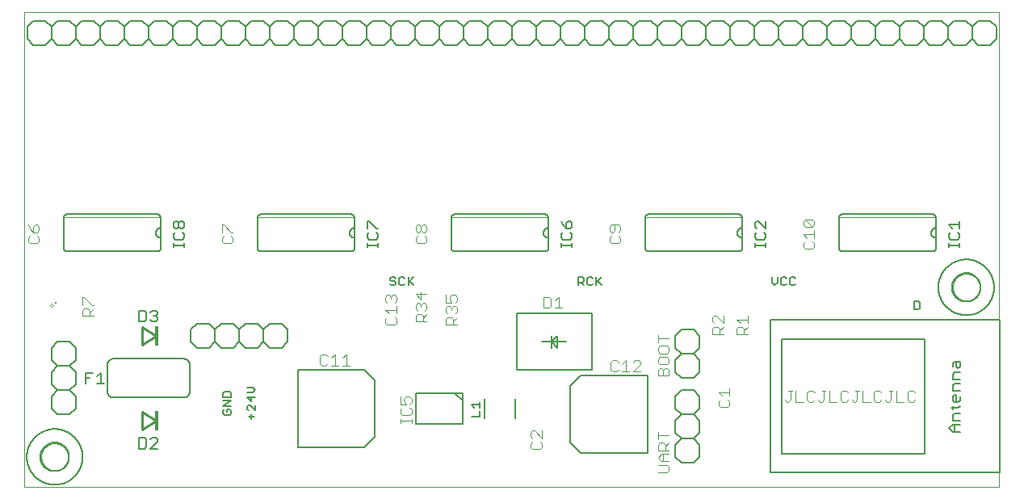
<source format=gto>
G75*
%MOIN*%
%OFA0B0*%
%FSLAX25Y25*%
%IPPOS*%
%LPD*%
%AMOC8*
5,1,8,0,0,1.08239X$1,22.5*
%
%ADD10C,0.00000*%
%ADD11C,0.00400*%
%ADD12C,0.00600*%
%ADD13C,0.00200*%
%ADD14C,0.00500*%
%ADD15C,0.00787*%
%ADD16C,0.00800*%
%ADD17C,0.00700*%
%ADD18C,0.01000*%
%ADD19R,0.01181X0.08268*%
%ADD20C,0.00250*%
%ADD21C,0.00984*%
D10*
X0005550Y0006800D02*
X0005550Y0203001D01*
X0407971Y0203001D01*
X0407971Y0006800D01*
X0005550Y0006800D01*
X0012538Y0019300D02*
X0012540Y0019448D01*
X0012546Y0019596D01*
X0012556Y0019744D01*
X0012570Y0019891D01*
X0012588Y0020038D01*
X0012609Y0020184D01*
X0012635Y0020330D01*
X0012665Y0020475D01*
X0012698Y0020619D01*
X0012736Y0020762D01*
X0012777Y0020904D01*
X0012822Y0021045D01*
X0012870Y0021185D01*
X0012923Y0021324D01*
X0012979Y0021461D01*
X0013039Y0021596D01*
X0013102Y0021730D01*
X0013169Y0021862D01*
X0013240Y0021992D01*
X0013314Y0022120D01*
X0013391Y0022246D01*
X0013472Y0022370D01*
X0013556Y0022492D01*
X0013643Y0022611D01*
X0013734Y0022728D01*
X0013828Y0022843D01*
X0013924Y0022955D01*
X0014024Y0023065D01*
X0014126Y0023171D01*
X0014232Y0023275D01*
X0014340Y0023376D01*
X0014451Y0023474D01*
X0014564Y0023570D01*
X0014680Y0023662D01*
X0014798Y0023751D01*
X0014919Y0023836D01*
X0015042Y0023919D01*
X0015167Y0023998D01*
X0015294Y0024074D01*
X0015423Y0024146D01*
X0015554Y0024215D01*
X0015687Y0024280D01*
X0015822Y0024341D01*
X0015958Y0024399D01*
X0016095Y0024454D01*
X0016234Y0024504D01*
X0016375Y0024551D01*
X0016516Y0024594D01*
X0016659Y0024634D01*
X0016803Y0024669D01*
X0016947Y0024701D01*
X0017093Y0024728D01*
X0017239Y0024752D01*
X0017386Y0024772D01*
X0017533Y0024788D01*
X0017680Y0024800D01*
X0017828Y0024808D01*
X0017976Y0024812D01*
X0018124Y0024812D01*
X0018272Y0024808D01*
X0018420Y0024800D01*
X0018567Y0024788D01*
X0018714Y0024772D01*
X0018861Y0024752D01*
X0019007Y0024728D01*
X0019153Y0024701D01*
X0019297Y0024669D01*
X0019441Y0024634D01*
X0019584Y0024594D01*
X0019725Y0024551D01*
X0019866Y0024504D01*
X0020005Y0024454D01*
X0020142Y0024399D01*
X0020278Y0024341D01*
X0020413Y0024280D01*
X0020546Y0024215D01*
X0020677Y0024146D01*
X0020806Y0024074D01*
X0020933Y0023998D01*
X0021058Y0023919D01*
X0021181Y0023836D01*
X0021302Y0023751D01*
X0021420Y0023662D01*
X0021536Y0023570D01*
X0021649Y0023474D01*
X0021760Y0023376D01*
X0021868Y0023275D01*
X0021974Y0023171D01*
X0022076Y0023065D01*
X0022176Y0022955D01*
X0022272Y0022843D01*
X0022366Y0022728D01*
X0022457Y0022611D01*
X0022544Y0022492D01*
X0022628Y0022370D01*
X0022709Y0022246D01*
X0022786Y0022120D01*
X0022860Y0021992D01*
X0022931Y0021862D01*
X0022998Y0021730D01*
X0023061Y0021596D01*
X0023121Y0021461D01*
X0023177Y0021324D01*
X0023230Y0021185D01*
X0023278Y0021045D01*
X0023323Y0020904D01*
X0023364Y0020762D01*
X0023402Y0020619D01*
X0023435Y0020475D01*
X0023465Y0020330D01*
X0023491Y0020184D01*
X0023512Y0020038D01*
X0023530Y0019891D01*
X0023544Y0019744D01*
X0023554Y0019596D01*
X0023560Y0019448D01*
X0023562Y0019300D01*
X0023560Y0019152D01*
X0023554Y0019004D01*
X0023544Y0018856D01*
X0023530Y0018709D01*
X0023512Y0018562D01*
X0023491Y0018416D01*
X0023465Y0018270D01*
X0023435Y0018125D01*
X0023402Y0017981D01*
X0023364Y0017838D01*
X0023323Y0017696D01*
X0023278Y0017555D01*
X0023230Y0017415D01*
X0023177Y0017276D01*
X0023121Y0017139D01*
X0023061Y0017004D01*
X0022998Y0016870D01*
X0022931Y0016738D01*
X0022860Y0016608D01*
X0022786Y0016480D01*
X0022709Y0016354D01*
X0022628Y0016230D01*
X0022544Y0016108D01*
X0022457Y0015989D01*
X0022366Y0015872D01*
X0022272Y0015757D01*
X0022176Y0015645D01*
X0022076Y0015535D01*
X0021974Y0015429D01*
X0021868Y0015325D01*
X0021760Y0015224D01*
X0021649Y0015126D01*
X0021536Y0015030D01*
X0021420Y0014938D01*
X0021302Y0014849D01*
X0021181Y0014764D01*
X0021058Y0014681D01*
X0020933Y0014602D01*
X0020806Y0014526D01*
X0020677Y0014454D01*
X0020546Y0014385D01*
X0020413Y0014320D01*
X0020278Y0014259D01*
X0020142Y0014201D01*
X0020005Y0014146D01*
X0019866Y0014096D01*
X0019725Y0014049D01*
X0019584Y0014006D01*
X0019441Y0013966D01*
X0019297Y0013931D01*
X0019153Y0013899D01*
X0019007Y0013872D01*
X0018861Y0013848D01*
X0018714Y0013828D01*
X0018567Y0013812D01*
X0018420Y0013800D01*
X0018272Y0013792D01*
X0018124Y0013788D01*
X0017976Y0013788D01*
X0017828Y0013792D01*
X0017680Y0013800D01*
X0017533Y0013812D01*
X0017386Y0013828D01*
X0017239Y0013848D01*
X0017093Y0013872D01*
X0016947Y0013899D01*
X0016803Y0013931D01*
X0016659Y0013966D01*
X0016516Y0014006D01*
X0016375Y0014049D01*
X0016234Y0014096D01*
X0016095Y0014146D01*
X0015958Y0014201D01*
X0015822Y0014259D01*
X0015687Y0014320D01*
X0015554Y0014385D01*
X0015423Y0014454D01*
X0015294Y0014526D01*
X0015167Y0014602D01*
X0015042Y0014681D01*
X0014919Y0014764D01*
X0014798Y0014849D01*
X0014680Y0014938D01*
X0014564Y0015030D01*
X0014451Y0015126D01*
X0014340Y0015224D01*
X0014232Y0015325D01*
X0014126Y0015429D01*
X0014024Y0015535D01*
X0013924Y0015645D01*
X0013828Y0015757D01*
X0013734Y0015872D01*
X0013643Y0015989D01*
X0013556Y0016108D01*
X0013472Y0016230D01*
X0013391Y0016354D01*
X0013314Y0016480D01*
X0013240Y0016608D01*
X0013169Y0016738D01*
X0013102Y0016870D01*
X0013039Y0017004D01*
X0012979Y0017139D01*
X0012923Y0017276D01*
X0012870Y0017415D01*
X0012822Y0017555D01*
X0012777Y0017696D01*
X0012736Y0017838D01*
X0012698Y0017981D01*
X0012665Y0018125D01*
X0012635Y0018270D01*
X0012609Y0018416D01*
X0012588Y0018562D01*
X0012570Y0018709D01*
X0012556Y0018856D01*
X0012546Y0019004D01*
X0012540Y0019152D01*
X0012538Y0019300D01*
X0388788Y0089300D02*
X0388790Y0089448D01*
X0388796Y0089596D01*
X0388806Y0089744D01*
X0388820Y0089891D01*
X0388838Y0090038D01*
X0388859Y0090184D01*
X0388885Y0090330D01*
X0388915Y0090475D01*
X0388948Y0090619D01*
X0388986Y0090762D01*
X0389027Y0090904D01*
X0389072Y0091045D01*
X0389120Y0091185D01*
X0389173Y0091324D01*
X0389229Y0091461D01*
X0389289Y0091596D01*
X0389352Y0091730D01*
X0389419Y0091862D01*
X0389490Y0091992D01*
X0389564Y0092120D01*
X0389641Y0092246D01*
X0389722Y0092370D01*
X0389806Y0092492D01*
X0389893Y0092611D01*
X0389984Y0092728D01*
X0390078Y0092843D01*
X0390174Y0092955D01*
X0390274Y0093065D01*
X0390376Y0093171D01*
X0390482Y0093275D01*
X0390590Y0093376D01*
X0390701Y0093474D01*
X0390814Y0093570D01*
X0390930Y0093662D01*
X0391048Y0093751D01*
X0391169Y0093836D01*
X0391292Y0093919D01*
X0391417Y0093998D01*
X0391544Y0094074D01*
X0391673Y0094146D01*
X0391804Y0094215D01*
X0391937Y0094280D01*
X0392072Y0094341D01*
X0392208Y0094399D01*
X0392345Y0094454D01*
X0392484Y0094504D01*
X0392625Y0094551D01*
X0392766Y0094594D01*
X0392909Y0094634D01*
X0393053Y0094669D01*
X0393197Y0094701D01*
X0393343Y0094728D01*
X0393489Y0094752D01*
X0393636Y0094772D01*
X0393783Y0094788D01*
X0393930Y0094800D01*
X0394078Y0094808D01*
X0394226Y0094812D01*
X0394374Y0094812D01*
X0394522Y0094808D01*
X0394670Y0094800D01*
X0394817Y0094788D01*
X0394964Y0094772D01*
X0395111Y0094752D01*
X0395257Y0094728D01*
X0395403Y0094701D01*
X0395547Y0094669D01*
X0395691Y0094634D01*
X0395834Y0094594D01*
X0395975Y0094551D01*
X0396116Y0094504D01*
X0396255Y0094454D01*
X0396392Y0094399D01*
X0396528Y0094341D01*
X0396663Y0094280D01*
X0396796Y0094215D01*
X0396927Y0094146D01*
X0397056Y0094074D01*
X0397183Y0093998D01*
X0397308Y0093919D01*
X0397431Y0093836D01*
X0397552Y0093751D01*
X0397670Y0093662D01*
X0397786Y0093570D01*
X0397899Y0093474D01*
X0398010Y0093376D01*
X0398118Y0093275D01*
X0398224Y0093171D01*
X0398326Y0093065D01*
X0398426Y0092955D01*
X0398522Y0092843D01*
X0398616Y0092728D01*
X0398707Y0092611D01*
X0398794Y0092492D01*
X0398878Y0092370D01*
X0398959Y0092246D01*
X0399036Y0092120D01*
X0399110Y0091992D01*
X0399181Y0091862D01*
X0399248Y0091730D01*
X0399311Y0091596D01*
X0399371Y0091461D01*
X0399427Y0091324D01*
X0399480Y0091185D01*
X0399528Y0091045D01*
X0399573Y0090904D01*
X0399614Y0090762D01*
X0399652Y0090619D01*
X0399685Y0090475D01*
X0399715Y0090330D01*
X0399741Y0090184D01*
X0399762Y0090038D01*
X0399780Y0089891D01*
X0399794Y0089744D01*
X0399804Y0089596D01*
X0399810Y0089448D01*
X0399812Y0089300D01*
X0399810Y0089152D01*
X0399804Y0089004D01*
X0399794Y0088856D01*
X0399780Y0088709D01*
X0399762Y0088562D01*
X0399741Y0088416D01*
X0399715Y0088270D01*
X0399685Y0088125D01*
X0399652Y0087981D01*
X0399614Y0087838D01*
X0399573Y0087696D01*
X0399528Y0087555D01*
X0399480Y0087415D01*
X0399427Y0087276D01*
X0399371Y0087139D01*
X0399311Y0087004D01*
X0399248Y0086870D01*
X0399181Y0086738D01*
X0399110Y0086608D01*
X0399036Y0086480D01*
X0398959Y0086354D01*
X0398878Y0086230D01*
X0398794Y0086108D01*
X0398707Y0085989D01*
X0398616Y0085872D01*
X0398522Y0085757D01*
X0398426Y0085645D01*
X0398326Y0085535D01*
X0398224Y0085429D01*
X0398118Y0085325D01*
X0398010Y0085224D01*
X0397899Y0085126D01*
X0397786Y0085030D01*
X0397670Y0084938D01*
X0397552Y0084849D01*
X0397431Y0084764D01*
X0397308Y0084681D01*
X0397183Y0084602D01*
X0397056Y0084526D01*
X0396927Y0084454D01*
X0396796Y0084385D01*
X0396663Y0084320D01*
X0396528Y0084259D01*
X0396392Y0084201D01*
X0396255Y0084146D01*
X0396116Y0084096D01*
X0395975Y0084049D01*
X0395834Y0084006D01*
X0395691Y0083966D01*
X0395547Y0083931D01*
X0395403Y0083899D01*
X0395257Y0083872D01*
X0395111Y0083848D01*
X0394964Y0083828D01*
X0394817Y0083812D01*
X0394670Y0083800D01*
X0394522Y0083792D01*
X0394374Y0083788D01*
X0394226Y0083788D01*
X0394078Y0083792D01*
X0393930Y0083800D01*
X0393783Y0083812D01*
X0393636Y0083828D01*
X0393489Y0083848D01*
X0393343Y0083872D01*
X0393197Y0083899D01*
X0393053Y0083931D01*
X0392909Y0083966D01*
X0392766Y0084006D01*
X0392625Y0084049D01*
X0392484Y0084096D01*
X0392345Y0084146D01*
X0392208Y0084201D01*
X0392072Y0084259D01*
X0391937Y0084320D01*
X0391804Y0084385D01*
X0391673Y0084454D01*
X0391544Y0084526D01*
X0391417Y0084602D01*
X0391292Y0084681D01*
X0391169Y0084764D01*
X0391048Y0084849D01*
X0390930Y0084938D01*
X0390814Y0085030D01*
X0390701Y0085126D01*
X0390590Y0085224D01*
X0390482Y0085325D01*
X0390376Y0085429D01*
X0390274Y0085535D01*
X0390174Y0085645D01*
X0390078Y0085757D01*
X0389984Y0085872D01*
X0389893Y0085989D01*
X0389806Y0086108D01*
X0389722Y0086230D01*
X0389641Y0086354D01*
X0389564Y0086480D01*
X0389490Y0086608D01*
X0389419Y0086738D01*
X0389352Y0086870D01*
X0389289Y0087004D01*
X0389229Y0087139D01*
X0389173Y0087276D01*
X0389120Y0087415D01*
X0389072Y0087555D01*
X0389027Y0087696D01*
X0388986Y0087838D01*
X0388948Y0087981D01*
X0388915Y0088125D01*
X0388885Y0088270D01*
X0388859Y0088416D01*
X0388838Y0088562D01*
X0388820Y0088709D01*
X0388806Y0088856D01*
X0388796Y0089004D01*
X0388790Y0089152D01*
X0388788Y0089300D01*
D11*
X0331600Y0105861D02*
X0331600Y0107396D01*
X0330833Y0108163D01*
X0331600Y0109698D02*
X0331600Y0112767D01*
X0331600Y0111233D02*
X0326996Y0111233D01*
X0328531Y0109698D01*
X0327763Y0108163D02*
X0326996Y0107396D01*
X0326996Y0105861D01*
X0327763Y0105094D01*
X0330833Y0105094D01*
X0331600Y0105861D01*
X0330833Y0114302D02*
X0327763Y0117371D01*
X0330833Y0117371D01*
X0331600Y0116604D01*
X0331600Y0115069D01*
X0330833Y0114302D01*
X0327763Y0114302D01*
X0326996Y0115069D01*
X0326996Y0116604D01*
X0327763Y0117371D01*
X0304100Y0077569D02*
X0304100Y0074500D01*
X0304100Y0076035D02*
X0299496Y0076035D01*
X0301031Y0074500D01*
X0301798Y0072965D02*
X0302565Y0072198D01*
X0302565Y0069896D01*
X0302565Y0071431D02*
X0304100Y0072965D01*
X0301798Y0072965D02*
X0300263Y0072965D01*
X0299496Y0072198D01*
X0299496Y0069896D01*
X0304100Y0069896D01*
X0294100Y0069896D02*
X0289496Y0069896D01*
X0289496Y0072198D01*
X0290263Y0072965D01*
X0291798Y0072965D01*
X0292565Y0072198D01*
X0292565Y0069896D01*
X0292565Y0071431D02*
X0294100Y0072965D01*
X0294100Y0074500D02*
X0291031Y0077569D01*
X0290263Y0077569D01*
X0289496Y0076802D01*
X0289496Y0075267D01*
X0290263Y0074500D01*
X0294100Y0074500D02*
X0294100Y0077569D01*
X0271600Y0068139D02*
X0266996Y0068139D01*
X0266996Y0069673D02*
X0266996Y0066604D01*
X0267763Y0065069D02*
X0266996Y0064302D01*
X0266996Y0062767D01*
X0267763Y0062000D01*
X0270833Y0062000D01*
X0271600Y0062767D01*
X0271600Y0064302D01*
X0270833Y0065069D01*
X0267763Y0065069D01*
X0267763Y0060465D02*
X0266996Y0059698D01*
X0266996Y0058163D01*
X0267763Y0057396D01*
X0270833Y0057396D01*
X0271600Y0058163D01*
X0271600Y0059698D01*
X0270833Y0060465D01*
X0267763Y0060465D01*
X0267763Y0055861D02*
X0268531Y0055861D01*
X0269298Y0055094D01*
X0269298Y0052792D01*
X0271600Y0052792D02*
X0266996Y0052792D01*
X0266996Y0055094D01*
X0267763Y0055861D01*
X0269298Y0055094D02*
X0270065Y0055861D01*
X0270833Y0055861D01*
X0271600Y0055094D01*
X0271600Y0052792D01*
X0259871Y0054500D02*
X0256802Y0054500D01*
X0259871Y0057569D01*
X0259871Y0058337D01*
X0259104Y0059104D01*
X0257569Y0059104D01*
X0256802Y0058337D01*
X0253733Y0059104D02*
X0253733Y0054500D01*
X0255267Y0054500D02*
X0252198Y0054500D01*
X0250663Y0055267D02*
X0249896Y0054500D01*
X0248361Y0054500D01*
X0247594Y0055267D01*
X0247594Y0058337D01*
X0248361Y0059104D01*
X0249896Y0059104D01*
X0250663Y0058337D01*
X0252198Y0057569D02*
X0253733Y0059104D01*
X0291996Y0046035D02*
X0293531Y0044500D01*
X0292763Y0042965D02*
X0291996Y0042198D01*
X0291996Y0040663D01*
X0292763Y0039896D01*
X0295833Y0039896D01*
X0296600Y0040663D01*
X0296600Y0042198D01*
X0295833Y0042965D01*
X0296600Y0044500D02*
X0296600Y0047569D01*
X0296600Y0046035D02*
X0291996Y0046035D01*
X0319376Y0042767D02*
X0320144Y0042000D01*
X0320911Y0042000D01*
X0321678Y0042767D01*
X0321678Y0046604D01*
X0320911Y0046604D02*
X0322446Y0046604D01*
X0323980Y0046604D02*
X0323980Y0042000D01*
X0327050Y0042000D01*
X0328584Y0042767D02*
X0329352Y0042000D01*
X0330886Y0042000D01*
X0331654Y0042767D01*
X0333188Y0042767D02*
X0333955Y0042000D01*
X0334723Y0042000D01*
X0335490Y0042767D01*
X0335490Y0046604D01*
X0334723Y0046604D02*
X0336257Y0046604D01*
X0337792Y0046604D02*
X0337792Y0042000D01*
X0340861Y0042000D01*
X0342396Y0042767D02*
X0343163Y0042000D01*
X0344698Y0042000D01*
X0345465Y0042767D01*
X0347000Y0042767D02*
X0347767Y0042000D01*
X0348535Y0042000D01*
X0349302Y0042767D01*
X0349302Y0046604D01*
X0348535Y0046604D02*
X0350069Y0046604D01*
X0351604Y0046604D02*
X0351604Y0042000D01*
X0354673Y0042000D01*
X0356208Y0042767D02*
X0356208Y0045837D01*
X0356975Y0046604D01*
X0358510Y0046604D01*
X0359277Y0045837D01*
X0359277Y0042767D02*
X0358510Y0042000D01*
X0356975Y0042000D01*
X0356208Y0042767D01*
X0360812Y0042767D02*
X0361579Y0042000D01*
X0362346Y0042000D01*
X0363114Y0042767D01*
X0363114Y0046604D01*
X0363881Y0046604D02*
X0362346Y0046604D01*
X0365416Y0046604D02*
X0365416Y0042000D01*
X0368485Y0042000D01*
X0370020Y0042767D02*
X0370787Y0042000D01*
X0372322Y0042000D01*
X0373089Y0042767D01*
X0370020Y0042767D02*
X0370020Y0045837D01*
X0370787Y0046604D01*
X0372322Y0046604D01*
X0373089Y0045837D01*
X0345465Y0045837D02*
X0344698Y0046604D01*
X0343163Y0046604D01*
X0342396Y0045837D01*
X0342396Y0042767D01*
X0331654Y0045837D02*
X0330886Y0046604D01*
X0329352Y0046604D01*
X0328584Y0045837D01*
X0328584Y0042767D01*
X0271600Y0028139D02*
X0266996Y0028139D01*
X0266996Y0029673D02*
X0266996Y0026604D01*
X0267763Y0025069D02*
X0269298Y0025069D01*
X0270065Y0024302D01*
X0270065Y0022000D01*
X0270065Y0023535D02*
X0271600Y0025069D01*
X0267763Y0025069D02*
X0266996Y0024302D01*
X0266996Y0022000D01*
X0271600Y0022000D01*
X0271600Y0020465D02*
X0268531Y0020465D01*
X0266996Y0018931D01*
X0268531Y0017396D01*
X0271600Y0017396D01*
X0270833Y0015861D02*
X0266996Y0015861D01*
X0269298Y0017396D02*
X0269298Y0020465D01*
X0270833Y0015861D02*
X0271600Y0015094D01*
X0271600Y0013559D01*
X0270833Y0012792D01*
X0266996Y0012792D01*
X0219100Y0023163D02*
X0218333Y0022396D01*
X0215263Y0022396D01*
X0214496Y0023163D01*
X0214496Y0024698D01*
X0215263Y0025465D01*
X0215263Y0027000D02*
X0214496Y0027767D01*
X0214496Y0029302D01*
X0215263Y0030069D01*
X0216031Y0030069D01*
X0219100Y0027000D01*
X0219100Y0030069D01*
X0218333Y0025465D02*
X0219100Y0024698D01*
X0219100Y0023163D01*
X0165350Y0033361D02*
X0165350Y0034896D01*
X0165350Y0034129D02*
X0160746Y0034129D01*
X0160746Y0034896D02*
X0160746Y0033361D01*
X0161513Y0036431D02*
X0160746Y0037198D01*
X0160746Y0038733D01*
X0161513Y0039500D01*
X0160746Y0041035D02*
X0163048Y0041035D01*
X0162281Y0042569D01*
X0162281Y0043337D01*
X0163048Y0044104D01*
X0164583Y0044104D01*
X0165350Y0043337D01*
X0165350Y0041802D01*
X0164583Y0041035D01*
X0164583Y0039500D02*
X0165350Y0038733D01*
X0165350Y0037198D01*
X0164583Y0036431D01*
X0161513Y0036431D01*
X0160746Y0041035D02*
X0160746Y0044104D01*
X0139871Y0057000D02*
X0136802Y0057000D01*
X0138337Y0057000D02*
X0138337Y0061604D01*
X0136802Y0060069D01*
X0135267Y0057000D02*
X0132198Y0057000D01*
X0133733Y0057000D02*
X0133733Y0061604D01*
X0132198Y0060069D01*
X0130663Y0060837D02*
X0129896Y0061604D01*
X0128361Y0061604D01*
X0127594Y0060837D01*
X0127594Y0057767D01*
X0128361Y0057000D01*
X0129896Y0057000D01*
X0130663Y0057767D01*
X0154496Y0074611D02*
X0155263Y0073844D01*
X0158333Y0073844D01*
X0159100Y0074611D01*
X0159100Y0076146D01*
X0158333Y0076913D01*
X0159100Y0078448D02*
X0159100Y0081517D01*
X0159100Y0079983D02*
X0154496Y0079983D01*
X0156031Y0078448D01*
X0155263Y0076913D02*
X0154496Y0076146D01*
X0154496Y0074611D01*
X0166996Y0075094D02*
X0166996Y0077396D01*
X0167763Y0078163D01*
X0169298Y0078163D01*
X0170065Y0077396D01*
X0170065Y0075094D01*
X0170065Y0076629D02*
X0171600Y0078163D01*
X0170833Y0079698D02*
X0171600Y0080465D01*
X0171600Y0082000D01*
X0170833Y0082767D01*
X0170065Y0082767D01*
X0169298Y0082000D01*
X0169298Y0081233D01*
X0169298Y0082000D02*
X0168531Y0082767D01*
X0167763Y0082767D01*
X0166996Y0082000D01*
X0166996Y0080465D01*
X0167763Y0079698D01*
X0169298Y0084302D02*
X0169298Y0087371D01*
X0166996Y0086604D02*
X0169298Y0084302D01*
X0171600Y0086604D02*
X0166996Y0086604D01*
X0159100Y0085354D02*
X0159100Y0083819D01*
X0158333Y0083052D01*
X0156798Y0084587D02*
X0156798Y0085354D01*
X0157565Y0086121D01*
X0158333Y0086121D01*
X0159100Y0085354D01*
X0156798Y0085354D02*
X0156031Y0086121D01*
X0155263Y0086121D01*
X0154496Y0085354D01*
X0154496Y0083819D01*
X0155263Y0083052D01*
X0166996Y0075094D02*
X0171600Y0075094D01*
X0179496Y0076146D02*
X0179496Y0073844D01*
X0184100Y0073844D01*
X0182565Y0073844D02*
X0182565Y0076146D01*
X0181798Y0076913D01*
X0180263Y0076913D01*
X0179496Y0076146D01*
X0180263Y0078448D02*
X0179496Y0079215D01*
X0179496Y0080750D01*
X0180263Y0081517D01*
X0181031Y0081517D01*
X0181798Y0080750D01*
X0182565Y0081517D01*
X0183333Y0081517D01*
X0184100Y0080750D01*
X0184100Y0079215D01*
X0183333Y0078448D01*
X0184100Y0076913D02*
X0182565Y0075379D01*
X0181798Y0079983D02*
X0181798Y0080750D01*
X0181798Y0083052D02*
X0181031Y0084587D01*
X0181031Y0085354D01*
X0181798Y0086121D01*
X0183333Y0086121D01*
X0184100Y0085354D01*
X0184100Y0083819D01*
X0183333Y0083052D01*
X0181798Y0083052D02*
X0179496Y0083052D01*
X0179496Y0086121D01*
X0170833Y0107396D02*
X0167763Y0107396D01*
X0166996Y0108163D01*
X0166996Y0109698D01*
X0167763Y0110465D01*
X0167763Y0112000D02*
X0168531Y0112000D01*
X0169298Y0112767D01*
X0169298Y0114302D01*
X0170065Y0115069D01*
X0170833Y0115069D01*
X0171600Y0114302D01*
X0171600Y0112767D01*
X0170833Y0112000D01*
X0170065Y0112000D01*
X0169298Y0112767D01*
X0169298Y0114302D02*
X0168531Y0115069D01*
X0167763Y0115069D01*
X0166996Y0114302D01*
X0166996Y0112767D01*
X0167763Y0112000D01*
X0170833Y0110465D02*
X0171600Y0109698D01*
X0171600Y0108163D01*
X0170833Y0107396D01*
X0219896Y0085354D02*
X0222198Y0085354D01*
X0222965Y0084587D01*
X0222965Y0081517D01*
X0222198Y0080750D01*
X0219896Y0080750D01*
X0219896Y0085354D01*
X0224500Y0083819D02*
X0226035Y0085354D01*
X0226035Y0080750D01*
X0227569Y0080750D02*
X0224500Y0080750D01*
X0247763Y0107396D02*
X0250833Y0107396D01*
X0251600Y0108163D01*
X0251600Y0109698D01*
X0250833Y0110465D01*
X0250833Y0112000D02*
X0251600Y0112767D01*
X0251600Y0114302D01*
X0250833Y0115069D01*
X0247763Y0115069D01*
X0246996Y0114302D01*
X0246996Y0112767D01*
X0247763Y0112000D01*
X0248531Y0112000D01*
X0249298Y0112767D01*
X0249298Y0115069D01*
X0247763Y0110465D02*
X0246996Y0109698D01*
X0246996Y0108163D01*
X0247763Y0107396D01*
X0091600Y0108163D02*
X0091600Y0109698D01*
X0090833Y0110465D01*
X0090833Y0112000D02*
X0091600Y0112000D01*
X0090833Y0112000D02*
X0087763Y0115069D01*
X0086996Y0115069D01*
X0086996Y0112000D01*
X0087763Y0110465D02*
X0086996Y0109698D01*
X0086996Y0108163D01*
X0087763Y0107396D01*
X0090833Y0107396D01*
X0091600Y0108163D01*
X0034100Y0082000D02*
X0033333Y0082000D01*
X0030263Y0085069D01*
X0029496Y0085069D01*
X0029496Y0082000D01*
X0030263Y0080465D02*
X0031798Y0080465D01*
X0032565Y0079698D01*
X0032565Y0077396D01*
X0032565Y0078931D02*
X0034100Y0080465D01*
X0034100Y0077396D02*
X0029496Y0077396D01*
X0029496Y0079698D01*
X0030263Y0080465D01*
X0010833Y0107396D02*
X0007763Y0107396D01*
X0006996Y0108163D01*
X0006996Y0109698D01*
X0007763Y0110465D01*
X0009298Y0112000D02*
X0009298Y0114302D01*
X0010065Y0115069D01*
X0010833Y0115069D01*
X0011600Y0114302D01*
X0011600Y0112767D01*
X0010833Y0112000D01*
X0009298Y0112000D01*
X0007763Y0113535D01*
X0006996Y0115069D01*
X0010833Y0110465D02*
X0011600Y0109698D01*
X0011600Y0108163D01*
X0010833Y0107396D01*
D12*
X0021800Y0105600D02*
X0021800Y0118000D01*
X0021802Y0118076D01*
X0021808Y0118152D01*
X0021817Y0118227D01*
X0021831Y0118302D01*
X0021848Y0118376D01*
X0021869Y0118449D01*
X0021893Y0118521D01*
X0021922Y0118592D01*
X0021953Y0118661D01*
X0021988Y0118728D01*
X0022027Y0118793D01*
X0022069Y0118857D01*
X0022114Y0118918D01*
X0022162Y0118977D01*
X0022213Y0119033D01*
X0022267Y0119087D01*
X0022323Y0119138D01*
X0022382Y0119186D01*
X0022443Y0119231D01*
X0022507Y0119273D01*
X0022572Y0119312D01*
X0022639Y0119347D01*
X0022708Y0119378D01*
X0022779Y0119407D01*
X0022851Y0119431D01*
X0022924Y0119452D01*
X0022998Y0119469D01*
X0023073Y0119483D01*
X0023148Y0119492D01*
X0023224Y0119498D01*
X0023300Y0119500D01*
X0060300Y0119500D01*
X0060376Y0119498D01*
X0060452Y0119492D01*
X0060527Y0119483D01*
X0060602Y0119469D01*
X0060676Y0119452D01*
X0060749Y0119431D01*
X0060821Y0119407D01*
X0060892Y0119378D01*
X0060961Y0119347D01*
X0061028Y0119312D01*
X0061093Y0119273D01*
X0061157Y0119231D01*
X0061218Y0119186D01*
X0061277Y0119138D01*
X0061333Y0119087D01*
X0061387Y0119033D01*
X0061438Y0118977D01*
X0061486Y0118918D01*
X0061531Y0118857D01*
X0061573Y0118793D01*
X0061612Y0118728D01*
X0061647Y0118661D01*
X0061678Y0118592D01*
X0061707Y0118521D01*
X0061731Y0118449D01*
X0061752Y0118376D01*
X0061769Y0118302D01*
X0061783Y0118227D01*
X0061792Y0118152D01*
X0061798Y0118076D01*
X0061800Y0118000D01*
X0061800Y0113800D01*
X0061800Y0109800D01*
X0061800Y0105600D01*
X0061798Y0105524D01*
X0061792Y0105448D01*
X0061783Y0105373D01*
X0061769Y0105298D01*
X0061752Y0105224D01*
X0061731Y0105151D01*
X0061707Y0105079D01*
X0061678Y0105008D01*
X0061647Y0104939D01*
X0061612Y0104872D01*
X0061573Y0104807D01*
X0061531Y0104743D01*
X0061486Y0104682D01*
X0061438Y0104623D01*
X0061387Y0104567D01*
X0061333Y0104513D01*
X0061277Y0104462D01*
X0061218Y0104414D01*
X0061157Y0104369D01*
X0061093Y0104327D01*
X0061028Y0104288D01*
X0060961Y0104253D01*
X0060892Y0104222D01*
X0060821Y0104193D01*
X0060749Y0104169D01*
X0060676Y0104148D01*
X0060602Y0104131D01*
X0060527Y0104117D01*
X0060452Y0104108D01*
X0060376Y0104102D01*
X0060300Y0104100D01*
X0023300Y0104100D01*
X0023224Y0104102D01*
X0023148Y0104108D01*
X0023073Y0104117D01*
X0022998Y0104131D01*
X0022924Y0104148D01*
X0022851Y0104169D01*
X0022779Y0104193D01*
X0022708Y0104222D01*
X0022639Y0104253D01*
X0022572Y0104288D01*
X0022507Y0104327D01*
X0022443Y0104369D01*
X0022382Y0104414D01*
X0022323Y0104462D01*
X0022267Y0104513D01*
X0022213Y0104567D01*
X0022162Y0104623D01*
X0022114Y0104682D01*
X0022069Y0104743D01*
X0022027Y0104807D01*
X0021988Y0104872D01*
X0021953Y0104939D01*
X0021922Y0105008D01*
X0021893Y0105079D01*
X0021869Y0105151D01*
X0021848Y0105224D01*
X0021831Y0105298D01*
X0021817Y0105373D01*
X0021808Y0105448D01*
X0021802Y0105524D01*
X0021800Y0105600D01*
X0061800Y0109800D02*
X0061712Y0109802D01*
X0061623Y0109808D01*
X0061535Y0109818D01*
X0061448Y0109831D01*
X0061361Y0109849D01*
X0061275Y0109870D01*
X0061190Y0109895D01*
X0061107Y0109924D01*
X0061024Y0109957D01*
X0060944Y0109993D01*
X0060865Y0110032D01*
X0060787Y0110075D01*
X0060712Y0110122D01*
X0060639Y0110172D01*
X0060568Y0110225D01*
X0060499Y0110281D01*
X0060433Y0110340D01*
X0060370Y0110402D01*
X0060310Y0110466D01*
X0060252Y0110533D01*
X0060198Y0110603D01*
X0060146Y0110675D01*
X0060098Y0110749D01*
X0060053Y0110826D01*
X0060012Y0110904D01*
X0059974Y0110984D01*
X0059940Y0111065D01*
X0059909Y0111148D01*
X0059882Y0111233D01*
X0059859Y0111318D01*
X0059840Y0111404D01*
X0059824Y0111492D01*
X0059812Y0111579D01*
X0059804Y0111667D01*
X0059800Y0111756D01*
X0059800Y0111844D01*
X0059804Y0111933D01*
X0059812Y0112021D01*
X0059824Y0112108D01*
X0059840Y0112196D01*
X0059859Y0112282D01*
X0059882Y0112367D01*
X0059909Y0112452D01*
X0059940Y0112535D01*
X0059974Y0112616D01*
X0060012Y0112696D01*
X0060053Y0112774D01*
X0060098Y0112851D01*
X0060146Y0112925D01*
X0060198Y0112997D01*
X0060252Y0113067D01*
X0060310Y0113134D01*
X0060370Y0113198D01*
X0060433Y0113260D01*
X0060499Y0113319D01*
X0060568Y0113375D01*
X0060639Y0113428D01*
X0060712Y0113478D01*
X0060787Y0113525D01*
X0060865Y0113568D01*
X0060944Y0113607D01*
X0061024Y0113643D01*
X0061107Y0113676D01*
X0061190Y0113705D01*
X0061275Y0113730D01*
X0061361Y0113751D01*
X0061448Y0113769D01*
X0061535Y0113782D01*
X0061623Y0113792D01*
X0061712Y0113798D01*
X0061800Y0113800D01*
X0101800Y0118000D02*
X0101800Y0105600D01*
X0101802Y0105524D01*
X0101808Y0105448D01*
X0101817Y0105373D01*
X0101831Y0105298D01*
X0101848Y0105224D01*
X0101869Y0105151D01*
X0101893Y0105079D01*
X0101922Y0105008D01*
X0101953Y0104939D01*
X0101988Y0104872D01*
X0102027Y0104807D01*
X0102069Y0104743D01*
X0102114Y0104682D01*
X0102162Y0104623D01*
X0102213Y0104567D01*
X0102267Y0104513D01*
X0102323Y0104462D01*
X0102382Y0104414D01*
X0102443Y0104369D01*
X0102507Y0104327D01*
X0102572Y0104288D01*
X0102639Y0104253D01*
X0102708Y0104222D01*
X0102779Y0104193D01*
X0102851Y0104169D01*
X0102924Y0104148D01*
X0102998Y0104131D01*
X0103073Y0104117D01*
X0103148Y0104108D01*
X0103224Y0104102D01*
X0103300Y0104100D01*
X0140300Y0104100D01*
X0140376Y0104102D01*
X0140452Y0104108D01*
X0140527Y0104117D01*
X0140602Y0104131D01*
X0140676Y0104148D01*
X0140749Y0104169D01*
X0140821Y0104193D01*
X0140892Y0104222D01*
X0140961Y0104253D01*
X0141028Y0104288D01*
X0141093Y0104327D01*
X0141157Y0104369D01*
X0141218Y0104414D01*
X0141277Y0104462D01*
X0141333Y0104513D01*
X0141387Y0104567D01*
X0141438Y0104623D01*
X0141486Y0104682D01*
X0141531Y0104743D01*
X0141573Y0104807D01*
X0141612Y0104872D01*
X0141647Y0104939D01*
X0141678Y0105008D01*
X0141707Y0105079D01*
X0141731Y0105151D01*
X0141752Y0105224D01*
X0141769Y0105298D01*
X0141783Y0105373D01*
X0141792Y0105448D01*
X0141798Y0105524D01*
X0141800Y0105600D01*
X0141800Y0109800D01*
X0141800Y0113800D01*
X0141800Y0118000D01*
X0141798Y0118076D01*
X0141792Y0118152D01*
X0141783Y0118227D01*
X0141769Y0118302D01*
X0141752Y0118376D01*
X0141731Y0118449D01*
X0141707Y0118521D01*
X0141678Y0118592D01*
X0141647Y0118661D01*
X0141612Y0118728D01*
X0141573Y0118793D01*
X0141531Y0118857D01*
X0141486Y0118918D01*
X0141438Y0118977D01*
X0141387Y0119033D01*
X0141333Y0119087D01*
X0141277Y0119138D01*
X0141218Y0119186D01*
X0141157Y0119231D01*
X0141093Y0119273D01*
X0141028Y0119312D01*
X0140961Y0119347D01*
X0140892Y0119378D01*
X0140821Y0119407D01*
X0140749Y0119431D01*
X0140676Y0119452D01*
X0140602Y0119469D01*
X0140527Y0119483D01*
X0140452Y0119492D01*
X0140376Y0119498D01*
X0140300Y0119500D01*
X0103300Y0119500D01*
X0103224Y0119498D01*
X0103148Y0119492D01*
X0103073Y0119483D01*
X0102998Y0119469D01*
X0102924Y0119452D01*
X0102851Y0119431D01*
X0102779Y0119407D01*
X0102708Y0119378D01*
X0102639Y0119347D01*
X0102572Y0119312D01*
X0102507Y0119273D01*
X0102443Y0119231D01*
X0102382Y0119186D01*
X0102323Y0119138D01*
X0102267Y0119087D01*
X0102213Y0119033D01*
X0102162Y0118977D01*
X0102114Y0118918D01*
X0102069Y0118857D01*
X0102027Y0118793D01*
X0101988Y0118728D01*
X0101953Y0118661D01*
X0101922Y0118592D01*
X0101893Y0118521D01*
X0101869Y0118449D01*
X0101848Y0118376D01*
X0101831Y0118302D01*
X0101817Y0118227D01*
X0101808Y0118152D01*
X0101802Y0118076D01*
X0101800Y0118000D01*
X0141800Y0113800D02*
X0141712Y0113798D01*
X0141623Y0113792D01*
X0141535Y0113782D01*
X0141448Y0113769D01*
X0141361Y0113751D01*
X0141275Y0113730D01*
X0141190Y0113705D01*
X0141107Y0113676D01*
X0141024Y0113643D01*
X0140944Y0113607D01*
X0140865Y0113568D01*
X0140787Y0113525D01*
X0140712Y0113478D01*
X0140639Y0113428D01*
X0140568Y0113375D01*
X0140499Y0113319D01*
X0140433Y0113260D01*
X0140370Y0113198D01*
X0140310Y0113134D01*
X0140252Y0113067D01*
X0140198Y0112997D01*
X0140146Y0112925D01*
X0140098Y0112851D01*
X0140053Y0112774D01*
X0140012Y0112696D01*
X0139974Y0112616D01*
X0139940Y0112535D01*
X0139909Y0112452D01*
X0139882Y0112367D01*
X0139859Y0112282D01*
X0139840Y0112196D01*
X0139824Y0112108D01*
X0139812Y0112021D01*
X0139804Y0111933D01*
X0139800Y0111844D01*
X0139800Y0111756D01*
X0139804Y0111667D01*
X0139812Y0111579D01*
X0139824Y0111492D01*
X0139840Y0111404D01*
X0139859Y0111318D01*
X0139882Y0111233D01*
X0139909Y0111148D01*
X0139940Y0111065D01*
X0139974Y0110984D01*
X0140012Y0110904D01*
X0140053Y0110826D01*
X0140098Y0110749D01*
X0140146Y0110675D01*
X0140198Y0110603D01*
X0140252Y0110533D01*
X0140310Y0110466D01*
X0140370Y0110402D01*
X0140433Y0110340D01*
X0140499Y0110281D01*
X0140568Y0110225D01*
X0140639Y0110172D01*
X0140712Y0110122D01*
X0140787Y0110075D01*
X0140865Y0110032D01*
X0140944Y0109993D01*
X0141024Y0109957D01*
X0141107Y0109924D01*
X0141190Y0109895D01*
X0141275Y0109870D01*
X0141361Y0109849D01*
X0141448Y0109831D01*
X0141535Y0109818D01*
X0141623Y0109808D01*
X0141712Y0109802D01*
X0141800Y0109800D01*
X0181800Y0105600D02*
X0181800Y0118000D01*
X0181802Y0118076D01*
X0181808Y0118152D01*
X0181817Y0118227D01*
X0181831Y0118302D01*
X0181848Y0118376D01*
X0181869Y0118449D01*
X0181893Y0118521D01*
X0181922Y0118592D01*
X0181953Y0118661D01*
X0181988Y0118728D01*
X0182027Y0118793D01*
X0182069Y0118857D01*
X0182114Y0118918D01*
X0182162Y0118977D01*
X0182213Y0119033D01*
X0182267Y0119087D01*
X0182323Y0119138D01*
X0182382Y0119186D01*
X0182443Y0119231D01*
X0182507Y0119273D01*
X0182572Y0119312D01*
X0182639Y0119347D01*
X0182708Y0119378D01*
X0182779Y0119407D01*
X0182851Y0119431D01*
X0182924Y0119452D01*
X0182998Y0119469D01*
X0183073Y0119483D01*
X0183148Y0119492D01*
X0183224Y0119498D01*
X0183300Y0119500D01*
X0220300Y0119500D01*
X0220376Y0119498D01*
X0220452Y0119492D01*
X0220527Y0119483D01*
X0220602Y0119469D01*
X0220676Y0119452D01*
X0220749Y0119431D01*
X0220821Y0119407D01*
X0220892Y0119378D01*
X0220961Y0119347D01*
X0221028Y0119312D01*
X0221093Y0119273D01*
X0221157Y0119231D01*
X0221218Y0119186D01*
X0221277Y0119138D01*
X0221333Y0119087D01*
X0221387Y0119033D01*
X0221438Y0118977D01*
X0221486Y0118918D01*
X0221531Y0118857D01*
X0221573Y0118793D01*
X0221612Y0118728D01*
X0221647Y0118661D01*
X0221678Y0118592D01*
X0221707Y0118521D01*
X0221731Y0118449D01*
X0221752Y0118376D01*
X0221769Y0118302D01*
X0221783Y0118227D01*
X0221792Y0118152D01*
X0221798Y0118076D01*
X0221800Y0118000D01*
X0221800Y0113800D01*
X0221800Y0109800D01*
X0221800Y0105600D01*
X0221798Y0105524D01*
X0221792Y0105448D01*
X0221783Y0105373D01*
X0221769Y0105298D01*
X0221752Y0105224D01*
X0221731Y0105151D01*
X0221707Y0105079D01*
X0221678Y0105008D01*
X0221647Y0104939D01*
X0221612Y0104872D01*
X0221573Y0104807D01*
X0221531Y0104743D01*
X0221486Y0104682D01*
X0221438Y0104623D01*
X0221387Y0104567D01*
X0221333Y0104513D01*
X0221277Y0104462D01*
X0221218Y0104414D01*
X0221157Y0104369D01*
X0221093Y0104327D01*
X0221028Y0104288D01*
X0220961Y0104253D01*
X0220892Y0104222D01*
X0220821Y0104193D01*
X0220749Y0104169D01*
X0220676Y0104148D01*
X0220602Y0104131D01*
X0220527Y0104117D01*
X0220452Y0104108D01*
X0220376Y0104102D01*
X0220300Y0104100D01*
X0183300Y0104100D01*
X0183224Y0104102D01*
X0183148Y0104108D01*
X0183073Y0104117D01*
X0182998Y0104131D01*
X0182924Y0104148D01*
X0182851Y0104169D01*
X0182779Y0104193D01*
X0182708Y0104222D01*
X0182639Y0104253D01*
X0182572Y0104288D01*
X0182507Y0104327D01*
X0182443Y0104369D01*
X0182382Y0104414D01*
X0182323Y0104462D01*
X0182267Y0104513D01*
X0182213Y0104567D01*
X0182162Y0104623D01*
X0182114Y0104682D01*
X0182069Y0104743D01*
X0182027Y0104807D01*
X0181988Y0104872D01*
X0181953Y0104939D01*
X0181922Y0105008D01*
X0181893Y0105079D01*
X0181869Y0105151D01*
X0181848Y0105224D01*
X0181831Y0105298D01*
X0181817Y0105373D01*
X0181808Y0105448D01*
X0181802Y0105524D01*
X0181800Y0105600D01*
X0221800Y0109800D02*
X0221712Y0109802D01*
X0221623Y0109808D01*
X0221535Y0109818D01*
X0221448Y0109831D01*
X0221361Y0109849D01*
X0221275Y0109870D01*
X0221190Y0109895D01*
X0221107Y0109924D01*
X0221024Y0109957D01*
X0220944Y0109993D01*
X0220865Y0110032D01*
X0220787Y0110075D01*
X0220712Y0110122D01*
X0220639Y0110172D01*
X0220568Y0110225D01*
X0220499Y0110281D01*
X0220433Y0110340D01*
X0220370Y0110402D01*
X0220310Y0110466D01*
X0220252Y0110533D01*
X0220198Y0110603D01*
X0220146Y0110675D01*
X0220098Y0110749D01*
X0220053Y0110826D01*
X0220012Y0110904D01*
X0219974Y0110984D01*
X0219940Y0111065D01*
X0219909Y0111148D01*
X0219882Y0111233D01*
X0219859Y0111318D01*
X0219840Y0111404D01*
X0219824Y0111492D01*
X0219812Y0111579D01*
X0219804Y0111667D01*
X0219800Y0111756D01*
X0219800Y0111844D01*
X0219804Y0111933D01*
X0219812Y0112021D01*
X0219824Y0112108D01*
X0219840Y0112196D01*
X0219859Y0112282D01*
X0219882Y0112367D01*
X0219909Y0112452D01*
X0219940Y0112535D01*
X0219974Y0112616D01*
X0220012Y0112696D01*
X0220053Y0112774D01*
X0220098Y0112851D01*
X0220146Y0112925D01*
X0220198Y0112997D01*
X0220252Y0113067D01*
X0220310Y0113134D01*
X0220370Y0113198D01*
X0220433Y0113260D01*
X0220499Y0113319D01*
X0220568Y0113375D01*
X0220639Y0113428D01*
X0220712Y0113478D01*
X0220787Y0113525D01*
X0220865Y0113568D01*
X0220944Y0113607D01*
X0221024Y0113643D01*
X0221107Y0113676D01*
X0221190Y0113705D01*
X0221275Y0113730D01*
X0221361Y0113751D01*
X0221448Y0113769D01*
X0221535Y0113782D01*
X0221623Y0113792D01*
X0221712Y0113798D01*
X0221800Y0113800D01*
X0261800Y0118000D02*
X0261800Y0105600D01*
X0261802Y0105524D01*
X0261808Y0105448D01*
X0261817Y0105373D01*
X0261831Y0105298D01*
X0261848Y0105224D01*
X0261869Y0105151D01*
X0261893Y0105079D01*
X0261922Y0105008D01*
X0261953Y0104939D01*
X0261988Y0104872D01*
X0262027Y0104807D01*
X0262069Y0104743D01*
X0262114Y0104682D01*
X0262162Y0104623D01*
X0262213Y0104567D01*
X0262267Y0104513D01*
X0262323Y0104462D01*
X0262382Y0104414D01*
X0262443Y0104369D01*
X0262507Y0104327D01*
X0262572Y0104288D01*
X0262639Y0104253D01*
X0262708Y0104222D01*
X0262779Y0104193D01*
X0262851Y0104169D01*
X0262924Y0104148D01*
X0262998Y0104131D01*
X0263073Y0104117D01*
X0263148Y0104108D01*
X0263224Y0104102D01*
X0263300Y0104100D01*
X0300300Y0104100D01*
X0300376Y0104102D01*
X0300452Y0104108D01*
X0300527Y0104117D01*
X0300602Y0104131D01*
X0300676Y0104148D01*
X0300749Y0104169D01*
X0300821Y0104193D01*
X0300892Y0104222D01*
X0300961Y0104253D01*
X0301028Y0104288D01*
X0301093Y0104327D01*
X0301157Y0104369D01*
X0301218Y0104414D01*
X0301277Y0104462D01*
X0301333Y0104513D01*
X0301387Y0104567D01*
X0301438Y0104623D01*
X0301486Y0104682D01*
X0301531Y0104743D01*
X0301573Y0104807D01*
X0301612Y0104872D01*
X0301647Y0104939D01*
X0301678Y0105008D01*
X0301707Y0105079D01*
X0301731Y0105151D01*
X0301752Y0105224D01*
X0301769Y0105298D01*
X0301783Y0105373D01*
X0301792Y0105448D01*
X0301798Y0105524D01*
X0301800Y0105600D01*
X0301800Y0109800D01*
X0301800Y0113800D01*
X0301800Y0118000D01*
X0301798Y0118076D01*
X0301792Y0118152D01*
X0301783Y0118227D01*
X0301769Y0118302D01*
X0301752Y0118376D01*
X0301731Y0118449D01*
X0301707Y0118521D01*
X0301678Y0118592D01*
X0301647Y0118661D01*
X0301612Y0118728D01*
X0301573Y0118793D01*
X0301531Y0118857D01*
X0301486Y0118918D01*
X0301438Y0118977D01*
X0301387Y0119033D01*
X0301333Y0119087D01*
X0301277Y0119138D01*
X0301218Y0119186D01*
X0301157Y0119231D01*
X0301093Y0119273D01*
X0301028Y0119312D01*
X0300961Y0119347D01*
X0300892Y0119378D01*
X0300821Y0119407D01*
X0300749Y0119431D01*
X0300676Y0119452D01*
X0300602Y0119469D01*
X0300527Y0119483D01*
X0300452Y0119492D01*
X0300376Y0119498D01*
X0300300Y0119500D01*
X0263300Y0119500D01*
X0263224Y0119498D01*
X0263148Y0119492D01*
X0263073Y0119483D01*
X0262998Y0119469D01*
X0262924Y0119452D01*
X0262851Y0119431D01*
X0262779Y0119407D01*
X0262708Y0119378D01*
X0262639Y0119347D01*
X0262572Y0119312D01*
X0262507Y0119273D01*
X0262443Y0119231D01*
X0262382Y0119186D01*
X0262323Y0119138D01*
X0262267Y0119087D01*
X0262213Y0119033D01*
X0262162Y0118977D01*
X0262114Y0118918D01*
X0262069Y0118857D01*
X0262027Y0118793D01*
X0261988Y0118728D01*
X0261953Y0118661D01*
X0261922Y0118592D01*
X0261893Y0118521D01*
X0261869Y0118449D01*
X0261848Y0118376D01*
X0261831Y0118302D01*
X0261817Y0118227D01*
X0261808Y0118152D01*
X0261802Y0118076D01*
X0261800Y0118000D01*
X0301800Y0113800D02*
X0301712Y0113798D01*
X0301623Y0113792D01*
X0301535Y0113782D01*
X0301448Y0113769D01*
X0301361Y0113751D01*
X0301275Y0113730D01*
X0301190Y0113705D01*
X0301107Y0113676D01*
X0301024Y0113643D01*
X0300944Y0113607D01*
X0300865Y0113568D01*
X0300787Y0113525D01*
X0300712Y0113478D01*
X0300639Y0113428D01*
X0300568Y0113375D01*
X0300499Y0113319D01*
X0300433Y0113260D01*
X0300370Y0113198D01*
X0300310Y0113134D01*
X0300252Y0113067D01*
X0300198Y0112997D01*
X0300146Y0112925D01*
X0300098Y0112851D01*
X0300053Y0112774D01*
X0300012Y0112696D01*
X0299974Y0112616D01*
X0299940Y0112535D01*
X0299909Y0112452D01*
X0299882Y0112367D01*
X0299859Y0112282D01*
X0299840Y0112196D01*
X0299824Y0112108D01*
X0299812Y0112021D01*
X0299804Y0111933D01*
X0299800Y0111844D01*
X0299800Y0111756D01*
X0299804Y0111667D01*
X0299812Y0111579D01*
X0299824Y0111492D01*
X0299840Y0111404D01*
X0299859Y0111318D01*
X0299882Y0111233D01*
X0299909Y0111148D01*
X0299940Y0111065D01*
X0299974Y0110984D01*
X0300012Y0110904D01*
X0300053Y0110826D01*
X0300098Y0110749D01*
X0300146Y0110675D01*
X0300198Y0110603D01*
X0300252Y0110533D01*
X0300310Y0110466D01*
X0300370Y0110402D01*
X0300433Y0110340D01*
X0300499Y0110281D01*
X0300568Y0110225D01*
X0300639Y0110172D01*
X0300712Y0110122D01*
X0300787Y0110075D01*
X0300865Y0110032D01*
X0300944Y0109993D01*
X0301024Y0109957D01*
X0301107Y0109924D01*
X0301190Y0109895D01*
X0301275Y0109870D01*
X0301361Y0109849D01*
X0301448Y0109831D01*
X0301535Y0109818D01*
X0301623Y0109808D01*
X0301712Y0109802D01*
X0301800Y0109800D01*
X0341800Y0105600D02*
X0341800Y0118000D01*
X0341802Y0118076D01*
X0341808Y0118152D01*
X0341817Y0118227D01*
X0341831Y0118302D01*
X0341848Y0118376D01*
X0341869Y0118449D01*
X0341893Y0118521D01*
X0341922Y0118592D01*
X0341953Y0118661D01*
X0341988Y0118728D01*
X0342027Y0118793D01*
X0342069Y0118857D01*
X0342114Y0118918D01*
X0342162Y0118977D01*
X0342213Y0119033D01*
X0342267Y0119087D01*
X0342323Y0119138D01*
X0342382Y0119186D01*
X0342443Y0119231D01*
X0342507Y0119273D01*
X0342572Y0119312D01*
X0342639Y0119347D01*
X0342708Y0119378D01*
X0342779Y0119407D01*
X0342851Y0119431D01*
X0342924Y0119452D01*
X0342998Y0119469D01*
X0343073Y0119483D01*
X0343148Y0119492D01*
X0343224Y0119498D01*
X0343300Y0119500D01*
X0380300Y0119500D01*
X0380376Y0119498D01*
X0380452Y0119492D01*
X0380527Y0119483D01*
X0380602Y0119469D01*
X0380676Y0119452D01*
X0380749Y0119431D01*
X0380821Y0119407D01*
X0380892Y0119378D01*
X0380961Y0119347D01*
X0381028Y0119312D01*
X0381093Y0119273D01*
X0381157Y0119231D01*
X0381218Y0119186D01*
X0381277Y0119138D01*
X0381333Y0119087D01*
X0381387Y0119033D01*
X0381438Y0118977D01*
X0381486Y0118918D01*
X0381531Y0118857D01*
X0381573Y0118793D01*
X0381612Y0118728D01*
X0381647Y0118661D01*
X0381678Y0118592D01*
X0381707Y0118521D01*
X0381731Y0118449D01*
X0381752Y0118376D01*
X0381769Y0118302D01*
X0381783Y0118227D01*
X0381792Y0118152D01*
X0381798Y0118076D01*
X0381800Y0118000D01*
X0381800Y0113800D01*
X0381800Y0109800D01*
X0381800Y0105600D01*
X0381798Y0105524D01*
X0381792Y0105448D01*
X0381783Y0105373D01*
X0381769Y0105298D01*
X0381752Y0105224D01*
X0381731Y0105151D01*
X0381707Y0105079D01*
X0381678Y0105008D01*
X0381647Y0104939D01*
X0381612Y0104872D01*
X0381573Y0104807D01*
X0381531Y0104743D01*
X0381486Y0104682D01*
X0381438Y0104623D01*
X0381387Y0104567D01*
X0381333Y0104513D01*
X0381277Y0104462D01*
X0381218Y0104414D01*
X0381157Y0104369D01*
X0381093Y0104327D01*
X0381028Y0104288D01*
X0380961Y0104253D01*
X0380892Y0104222D01*
X0380821Y0104193D01*
X0380749Y0104169D01*
X0380676Y0104148D01*
X0380602Y0104131D01*
X0380527Y0104117D01*
X0380452Y0104108D01*
X0380376Y0104102D01*
X0380300Y0104100D01*
X0343300Y0104100D01*
X0343224Y0104102D01*
X0343148Y0104108D01*
X0343073Y0104117D01*
X0342998Y0104131D01*
X0342924Y0104148D01*
X0342851Y0104169D01*
X0342779Y0104193D01*
X0342708Y0104222D01*
X0342639Y0104253D01*
X0342572Y0104288D01*
X0342507Y0104327D01*
X0342443Y0104369D01*
X0342382Y0104414D01*
X0342323Y0104462D01*
X0342267Y0104513D01*
X0342213Y0104567D01*
X0342162Y0104623D01*
X0342114Y0104682D01*
X0342069Y0104743D01*
X0342027Y0104807D01*
X0341988Y0104872D01*
X0341953Y0104939D01*
X0341922Y0105008D01*
X0341893Y0105079D01*
X0341869Y0105151D01*
X0341848Y0105224D01*
X0341831Y0105298D01*
X0341817Y0105373D01*
X0341808Y0105448D01*
X0341802Y0105524D01*
X0341800Y0105600D01*
X0381800Y0109800D02*
X0381712Y0109802D01*
X0381623Y0109808D01*
X0381535Y0109818D01*
X0381448Y0109831D01*
X0381361Y0109849D01*
X0381275Y0109870D01*
X0381190Y0109895D01*
X0381107Y0109924D01*
X0381024Y0109957D01*
X0380944Y0109993D01*
X0380865Y0110032D01*
X0380787Y0110075D01*
X0380712Y0110122D01*
X0380639Y0110172D01*
X0380568Y0110225D01*
X0380499Y0110281D01*
X0380433Y0110340D01*
X0380370Y0110402D01*
X0380310Y0110466D01*
X0380252Y0110533D01*
X0380198Y0110603D01*
X0380146Y0110675D01*
X0380098Y0110749D01*
X0380053Y0110826D01*
X0380012Y0110904D01*
X0379974Y0110984D01*
X0379940Y0111065D01*
X0379909Y0111148D01*
X0379882Y0111233D01*
X0379859Y0111318D01*
X0379840Y0111404D01*
X0379824Y0111492D01*
X0379812Y0111579D01*
X0379804Y0111667D01*
X0379800Y0111756D01*
X0379800Y0111844D01*
X0379804Y0111933D01*
X0379812Y0112021D01*
X0379824Y0112108D01*
X0379840Y0112196D01*
X0379859Y0112282D01*
X0379882Y0112367D01*
X0379909Y0112452D01*
X0379940Y0112535D01*
X0379974Y0112616D01*
X0380012Y0112696D01*
X0380053Y0112774D01*
X0380098Y0112851D01*
X0380146Y0112925D01*
X0380198Y0112997D01*
X0380252Y0113067D01*
X0380310Y0113134D01*
X0380370Y0113198D01*
X0380433Y0113260D01*
X0380499Y0113319D01*
X0380568Y0113375D01*
X0380639Y0113428D01*
X0380712Y0113478D01*
X0380787Y0113525D01*
X0380865Y0113568D01*
X0380944Y0113607D01*
X0381024Y0113643D01*
X0381107Y0113676D01*
X0381190Y0113705D01*
X0381275Y0113730D01*
X0381361Y0113751D01*
X0381448Y0113769D01*
X0381535Y0113782D01*
X0381623Y0113792D01*
X0381712Y0113798D01*
X0381800Y0113800D01*
X0382800Y0089300D02*
X0382803Y0089582D01*
X0382814Y0089864D01*
X0382831Y0090146D01*
X0382855Y0090427D01*
X0382886Y0090708D01*
X0382924Y0090987D01*
X0382969Y0091266D01*
X0383021Y0091544D01*
X0383079Y0091820D01*
X0383145Y0092094D01*
X0383217Y0092367D01*
X0383295Y0092638D01*
X0383380Y0092907D01*
X0383472Y0093174D01*
X0383571Y0093439D01*
X0383675Y0093701D01*
X0383787Y0093960D01*
X0383904Y0094217D01*
X0384028Y0094471D01*
X0384158Y0094721D01*
X0384294Y0094968D01*
X0384436Y0095212D01*
X0384584Y0095452D01*
X0384738Y0095689D01*
X0384898Y0095922D01*
X0385063Y0096151D01*
X0385234Y0096375D01*
X0385410Y0096596D01*
X0385592Y0096811D01*
X0385779Y0097023D01*
X0385971Y0097230D01*
X0386168Y0097432D01*
X0386370Y0097629D01*
X0386577Y0097821D01*
X0386789Y0098008D01*
X0387004Y0098190D01*
X0387225Y0098366D01*
X0387449Y0098537D01*
X0387678Y0098702D01*
X0387911Y0098862D01*
X0388148Y0099016D01*
X0388388Y0099164D01*
X0388632Y0099306D01*
X0388879Y0099442D01*
X0389129Y0099572D01*
X0389383Y0099696D01*
X0389640Y0099813D01*
X0389899Y0099925D01*
X0390161Y0100029D01*
X0390426Y0100128D01*
X0390693Y0100220D01*
X0390962Y0100305D01*
X0391233Y0100383D01*
X0391506Y0100455D01*
X0391780Y0100521D01*
X0392056Y0100579D01*
X0392334Y0100631D01*
X0392613Y0100676D01*
X0392892Y0100714D01*
X0393173Y0100745D01*
X0393454Y0100769D01*
X0393736Y0100786D01*
X0394018Y0100797D01*
X0394300Y0100800D01*
X0394582Y0100797D01*
X0394864Y0100786D01*
X0395146Y0100769D01*
X0395427Y0100745D01*
X0395708Y0100714D01*
X0395987Y0100676D01*
X0396266Y0100631D01*
X0396544Y0100579D01*
X0396820Y0100521D01*
X0397094Y0100455D01*
X0397367Y0100383D01*
X0397638Y0100305D01*
X0397907Y0100220D01*
X0398174Y0100128D01*
X0398439Y0100029D01*
X0398701Y0099925D01*
X0398960Y0099813D01*
X0399217Y0099696D01*
X0399471Y0099572D01*
X0399721Y0099442D01*
X0399968Y0099306D01*
X0400212Y0099164D01*
X0400452Y0099016D01*
X0400689Y0098862D01*
X0400922Y0098702D01*
X0401151Y0098537D01*
X0401375Y0098366D01*
X0401596Y0098190D01*
X0401811Y0098008D01*
X0402023Y0097821D01*
X0402230Y0097629D01*
X0402432Y0097432D01*
X0402629Y0097230D01*
X0402821Y0097023D01*
X0403008Y0096811D01*
X0403190Y0096596D01*
X0403366Y0096375D01*
X0403537Y0096151D01*
X0403702Y0095922D01*
X0403862Y0095689D01*
X0404016Y0095452D01*
X0404164Y0095212D01*
X0404306Y0094968D01*
X0404442Y0094721D01*
X0404572Y0094471D01*
X0404696Y0094217D01*
X0404813Y0093960D01*
X0404925Y0093701D01*
X0405029Y0093439D01*
X0405128Y0093174D01*
X0405220Y0092907D01*
X0405305Y0092638D01*
X0405383Y0092367D01*
X0405455Y0092094D01*
X0405521Y0091820D01*
X0405579Y0091544D01*
X0405631Y0091266D01*
X0405676Y0090987D01*
X0405714Y0090708D01*
X0405745Y0090427D01*
X0405769Y0090146D01*
X0405786Y0089864D01*
X0405797Y0089582D01*
X0405800Y0089300D01*
X0405797Y0089018D01*
X0405786Y0088736D01*
X0405769Y0088454D01*
X0405745Y0088173D01*
X0405714Y0087892D01*
X0405676Y0087613D01*
X0405631Y0087334D01*
X0405579Y0087056D01*
X0405521Y0086780D01*
X0405455Y0086506D01*
X0405383Y0086233D01*
X0405305Y0085962D01*
X0405220Y0085693D01*
X0405128Y0085426D01*
X0405029Y0085161D01*
X0404925Y0084899D01*
X0404813Y0084640D01*
X0404696Y0084383D01*
X0404572Y0084129D01*
X0404442Y0083879D01*
X0404306Y0083632D01*
X0404164Y0083388D01*
X0404016Y0083148D01*
X0403862Y0082911D01*
X0403702Y0082678D01*
X0403537Y0082449D01*
X0403366Y0082225D01*
X0403190Y0082004D01*
X0403008Y0081789D01*
X0402821Y0081577D01*
X0402629Y0081370D01*
X0402432Y0081168D01*
X0402230Y0080971D01*
X0402023Y0080779D01*
X0401811Y0080592D01*
X0401596Y0080410D01*
X0401375Y0080234D01*
X0401151Y0080063D01*
X0400922Y0079898D01*
X0400689Y0079738D01*
X0400452Y0079584D01*
X0400212Y0079436D01*
X0399968Y0079294D01*
X0399721Y0079158D01*
X0399471Y0079028D01*
X0399217Y0078904D01*
X0398960Y0078787D01*
X0398701Y0078675D01*
X0398439Y0078571D01*
X0398174Y0078472D01*
X0397907Y0078380D01*
X0397638Y0078295D01*
X0397367Y0078217D01*
X0397094Y0078145D01*
X0396820Y0078079D01*
X0396544Y0078021D01*
X0396266Y0077969D01*
X0395987Y0077924D01*
X0395708Y0077886D01*
X0395427Y0077855D01*
X0395146Y0077831D01*
X0394864Y0077814D01*
X0394582Y0077803D01*
X0394300Y0077800D01*
X0394018Y0077803D01*
X0393736Y0077814D01*
X0393454Y0077831D01*
X0393173Y0077855D01*
X0392892Y0077886D01*
X0392613Y0077924D01*
X0392334Y0077969D01*
X0392056Y0078021D01*
X0391780Y0078079D01*
X0391506Y0078145D01*
X0391233Y0078217D01*
X0390962Y0078295D01*
X0390693Y0078380D01*
X0390426Y0078472D01*
X0390161Y0078571D01*
X0389899Y0078675D01*
X0389640Y0078787D01*
X0389383Y0078904D01*
X0389129Y0079028D01*
X0388879Y0079158D01*
X0388632Y0079294D01*
X0388388Y0079436D01*
X0388148Y0079584D01*
X0387911Y0079738D01*
X0387678Y0079898D01*
X0387449Y0080063D01*
X0387225Y0080234D01*
X0387004Y0080410D01*
X0386789Y0080592D01*
X0386577Y0080779D01*
X0386370Y0080971D01*
X0386168Y0081168D01*
X0385971Y0081370D01*
X0385779Y0081577D01*
X0385592Y0081789D01*
X0385410Y0082004D01*
X0385234Y0082225D01*
X0385063Y0082449D01*
X0384898Y0082678D01*
X0384738Y0082911D01*
X0384584Y0083148D01*
X0384436Y0083388D01*
X0384294Y0083632D01*
X0384158Y0083879D01*
X0384028Y0084129D01*
X0383904Y0084383D01*
X0383787Y0084640D01*
X0383675Y0084899D01*
X0383571Y0085161D01*
X0383472Y0085426D01*
X0383380Y0085693D01*
X0383295Y0085962D01*
X0383217Y0086233D01*
X0383145Y0086506D01*
X0383079Y0086780D01*
X0383021Y0087056D01*
X0382969Y0087334D01*
X0382924Y0087613D01*
X0382886Y0087892D01*
X0382855Y0088173D01*
X0382831Y0088454D01*
X0382814Y0088736D01*
X0382803Y0089018D01*
X0382800Y0089300D01*
X0389475Y0058672D02*
X0391677Y0058672D01*
X0391677Y0056470D01*
X0390943Y0055736D01*
X0390209Y0056470D01*
X0390209Y0058672D01*
X0389475Y0058672D02*
X0388741Y0057938D01*
X0388741Y0056470D01*
X0389475Y0054068D02*
X0388741Y0053334D01*
X0388741Y0051132D01*
X0391677Y0051132D01*
X0391677Y0049464D02*
X0389475Y0049464D01*
X0388741Y0048730D01*
X0388741Y0046528D01*
X0391677Y0046528D01*
X0390209Y0044860D02*
X0390209Y0041924D01*
X0389475Y0041924D02*
X0388741Y0042658D01*
X0388741Y0044126D01*
X0389475Y0044860D01*
X0390209Y0044860D01*
X0391677Y0044126D02*
X0391677Y0042658D01*
X0390943Y0041924D01*
X0389475Y0041924D01*
X0388741Y0040323D02*
X0388741Y0038855D01*
X0388007Y0039589D02*
X0390943Y0039589D01*
X0391677Y0040323D01*
X0391677Y0037187D02*
X0389475Y0037187D01*
X0388741Y0036453D01*
X0388741Y0034251D01*
X0391677Y0034251D01*
X0391677Y0032583D02*
X0388741Y0032583D01*
X0387273Y0031115D01*
X0388741Y0029647D01*
X0391677Y0029647D01*
X0389475Y0029647D02*
X0389475Y0032583D01*
X0389475Y0054068D02*
X0391677Y0054068D01*
X0284300Y0054300D02*
X0281800Y0051800D01*
X0276800Y0051800D01*
X0274300Y0054300D01*
X0274300Y0059300D01*
X0276800Y0061800D01*
X0274300Y0064300D01*
X0274300Y0069300D01*
X0276800Y0071800D01*
X0281800Y0071800D01*
X0284300Y0069300D01*
X0284300Y0064300D01*
X0281800Y0061800D01*
X0284300Y0059300D01*
X0284300Y0054300D01*
X0281800Y0061800D02*
X0276800Y0061800D01*
X0276800Y0046800D02*
X0281800Y0046800D01*
X0284300Y0044300D01*
X0284300Y0039300D01*
X0281800Y0036800D01*
X0284300Y0034300D01*
X0284300Y0029300D01*
X0281800Y0026800D01*
X0284300Y0024300D01*
X0284300Y0019300D01*
X0281800Y0016800D01*
X0276800Y0016800D01*
X0274300Y0019300D01*
X0274300Y0024300D01*
X0276800Y0026800D01*
X0274300Y0029300D01*
X0274300Y0034300D01*
X0276800Y0036800D01*
X0274300Y0039300D01*
X0274300Y0044300D01*
X0276800Y0046800D01*
X0276800Y0036800D02*
X0281800Y0036800D01*
X0281800Y0026800D02*
X0276800Y0026800D01*
X0114300Y0066800D02*
X0111800Y0064300D01*
X0106800Y0064300D01*
X0104300Y0066800D01*
X0101800Y0064300D01*
X0096800Y0064300D01*
X0094300Y0066800D01*
X0091800Y0064300D01*
X0086800Y0064300D01*
X0084300Y0066800D01*
X0081800Y0064300D01*
X0076800Y0064300D01*
X0074300Y0066800D01*
X0074300Y0071800D01*
X0076800Y0074300D01*
X0081800Y0074300D01*
X0084300Y0071800D01*
X0086800Y0074300D01*
X0091800Y0074300D01*
X0094300Y0071800D01*
X0094300Y0066800D01*
X0094300Y0071800D02*
X0096800Y0074300D01*
X0101800Y0074300D01*
X0104300Y0071800D01*
X0106800Y0074300D01*
X0111800Y0074300D01*
X0114300Y0071800D01*
X0114300Y0066800D01*
X0104300Y0066800D02*
X0104300Y0071800D01*
X0084300Y0071800D02*
X0084300Y0066800D01*
X0071300Y0059800D02*
X0042300Y0059800D01*
X0042202Y0059798D01*
X0042104Y0059792D01*
X0042006Y0059783D01*
X0041909Y0059769D01*
X0041812Y0059752D01*
X0041716Y0059731D01*
X0041621Y0059706D01*
X0041527Y0059678D01*
X0041435Y0059645D01*
X0041343Y0059610D01*
X0041253Y0059570D01*
X0041165Y0059528D01*
X0041078Y0059481D01*
X0040994Y0059432D01*
X0040911Y0059379D01*
X0040831Y0059323D01*
X0040752Y0059263D01*
X0040676Y0059201D01*
X0040603Y0059136D01*
X0040532Y0059068D01*
X0040464Y0058997D01*
X0040399Y0058924D01*
X0040337Y0058848D01*
X0040277Y0058769D01*
X0040221Y0058689D01*
X0040168Y0058606D01*
X0040119Y0058522D01*
X0040072Y0058435D01*
X0040030Y0058347D01*
X0039990Y0058257D01*
X0039955Y0058165D01*
X0039922Y0058073D01*
X0039894Y0057979D01*
X0039869Y0057884D01*
X0039848Y0057788D01*
X0039831Y0057691D01*
X0039817Y0057594D01*
X0039808Y0057496D01*
X0039802Y0057398D01*
X0039800Y0057300D01*
X0039800Y0046300D01*
X0039802Y0046202D01*
X0039808Y0046104D01*
X0039817Y0046006D01*
X0039831Y0045909D01*
X0039848Y0045812D01*
X0039869Y0045716D01*
X0039894Y0045621D01*
X0039922Y0045527D01*
X0039955Y0045435D01*
X0039990Y0045343D01*
X0040030Y0045253D01*
X0040072Y0045165D01*
X0040119Y0045078D01*
X0040168Y0044994D01*
X0040221Y0044911D01*
X0040277Y0044831D01*
X0040337Y0044752D01*
X0040399Y0044676D01*
X0040464Y0044603D01*
X0040532Y0044532D01*
X0040603Y0044464D01*
X0040676Y0044399D01*
X0040752Y0044337D01*
X0040831Y0044277D01*
X0040911Y0044221D01*
X0040994Y0044168D01*
X0041078Y0044119D01*
X0041165Y0044072D01*
X0041253Y0044030D01*
X0041343Y0043990D01*
X0041435Y0043955D01*
X0041527Y0043922D01*
X0041621Y0043894D01*
X0041716Y0043869D01*
X0041812Y0043848D01*
X0041909Y0043831D01*
X0042006Y0043817D01*
X0042104Y0043808D01*
X0042202Y0043802D01*
X0042300Y0043800D01*
X0071300Y0043800D01*
X0071398Y0043802D01*
X0071496Y0043808D01*
X0071594Y0043817D01*
X0071691Y0043831D01*
X0071788Y0043848D01*
X0071884Y0043869D01*
X0071979Y0043894D01*
X0072073Y0043922D01*
X0072165Y0043955D01*
X0072257Y0043990D01*
X0072347Y0044030D01*
X0072435Y0044072D01*
X0072522Y0044119D01*
X0072606Y0044168D01*
X0072689Y0044221D01*
X0072769Y0044277D01*
X0072848Y0044337D01*
X0072924Y0044399D01*
X0072997Y0044464D01*
X0073068Y0044532D01*
X0073136Y0044603D01*
X0073201Y0044676D01*
X0073263Y0044752D01*
X0073323Y0044831D01*
X0073379Y0044911D01*
X0073432Y0044994D01*
X0073481Y0045078D01*
X0073528Y0045165D01*
X0073570Y0045253D01*
X0073610Y0045343D01*
X0073645Y0045435D01*
X0073678Y0045527D01*
X0073706Y0045621D01*
X0073731Y0045716D01*
X0073752Y0045812D01*
X0073769Y0045909D01*
X0073783Y0046006D01*
X0073792Y0046104D01*
X0073798Y0046202D01*
X0073800Y0046300D01*
X0073800Y0057300D01*
X0073798Y0057398D01*
X0073792Y0057496D01*
X0073783Y0057594D01*
X0073769Y0057691D01*
X0073752Y0057788D01*
X0073731Y0057884D01*
X0073706Y0057979D01*
X0073678Y0058073D01*
X0073645Y0058165D01*
X0073610Y0058257D01*
X0073570Y0058347D01*
X0073528Y0058435D01*
X0073481Y0058522D01*
X0073432Y0058606D01*
X0073379Y0058689D01*
X0073323Y0058769D01*
X0073263Y0058848D01*
X0073201Y0058924D01*
X0073136Y0058997D01*
X0073068Y0059068D01*
X0072997Y0059136D01*
X0072924Y0059201D01*
X0072848Y0059263D01*
X0072769Y0059323D01*
X0072689Y0059379D01*
X0072606Y0059432D01*
X0072522Y0059481D01*
X0072435Y0059528D01*
X0072347Y0059570D01*
X0072257Y0059610D01*
X0072165Y0059645D01*
X0072073Y0059678D01*
X0071979Y0059706D01*
X0071884Y0059731D01*
X0071788Y0059752D01*
X0071691Y0059769D01*
X0071594Y0059783D01*
X0071496Y0059792D01*
X0071398Y0059798D01*
X0071300Y0059800D01*
X0026800Y0059300D02*
X0024300Y0056800D01*
X0026800Y0054300D01*
X0026800Y0049300D01*
X0024300Y0046800D01*
X0026800Y0044300D01*
X0026800Y0039300D01*
X0024300Y0036800D01*
X0019300Y0036800D01*
X0016800Y0039300D01*
X0016800Y0044300D01*
X0019300Y0046800D01*
X0016800Y0049300D01*
X0016800Y0054300D01*
X0019300Y0056800D01*
X0016800Y0059300D01*
X0016800Y0064300D01*
X0019300Y0066800D01*
X0024300Y0066800D01*
X0026800Y0064300D01*
X0026800Y0059300D01*
X0024300Y0056800D02*
X0019300Y0056800D01*
X0019300Y0046800D02*
X0024300Y0046800D01*
X0006550Y0019300D02*
X0006553Y0019582D01*
X0006564Y0019864D01*
X0006581Y0020146D01*
X0006605Y0020427D01*
X0006636Y0020708D01*
X0006674Y0020987D01*
X0006719Y0021266D01*
X0006771Y0021544D01*
X0006829Y0021820D01*
X0006895Y0022094D01*
X0006967Y0022367D01*
X0007045Y0022638D01*
X0007130Y0022907D01*
X0007222Y0023174D01*
X0007321Y0023439D01*
X0007425Y0023701D01*
X0007537Y0023960D01*
X0007654Y0024217D01*
X0007778Y0024471D01*
X0007908Y0024721D01*
X0008044Y0024968D01*
X0008186Y0025212D01*
X0008334Y0025452D01*
X0008488Y0025689D01*
X0008648Y0025922D01*
X0008813Y0026151D01*
X0008984Y0026375D01*
X0009160Y0026596D01*
X0009342Y0026811D01*
X0009529Y0027023D01*
X0009721Y0027230D01*
X0009918Y0027432D01*
X0010120Y0027629D01*
X0010327Y0027821D01*
X0010539Y0028008D01*
X0010754Y0028190D01*
X0010975Y0028366D01*
X0011199Y0028537D01*
X0011428Y0028702D01*
X0011661Y0028862D01*
X0011898Y0029016D01*
X0012138Y0029164D01*
X0012382Y0029306D01*
X0012629Y0029442D01*
X0012879Y0029572D01*
X0013133Y0029696D01*
X0013390Y0029813D01*
X0013649Y0029925D01*
X0013911Y0030029D01*
X0014176Y0030128D01*
X0014443Y0030220D01*
X0014712Y0030305D01*
X0014983Y0030383D01*
X0015256Y0030455D01*
X0015530Y0030521D01*
X0015806Y0030579D01*
X0016084Y0030631D01*
X0016363Y0030676D01*
X0016642Y0030714D01*
X0016923Y0030745D01*
X0017204Y0030769D01*
X0017486Y0030786D01*
X0017768Y0030797D01*
X0018050Y0030800D01*
X0018332Y0030797D01*
X0018614Y0030786D01*
X0018896Y0030769D01*
X0019177Y0030745D01*
X0019458Y0030714D01*
X0019737Y0030676D01*
X0020016Y0030631D01*
X0020294Y0030579D01*
X0020570Y0030521D01*
X0020844Y0030455D01*
X0021117Y0030383D01*
X0021388Y0030305D01*
X0021657Y0030220D01*
X0021924Y0030128D01*
X0022189Y0030029D01*
X0022451Y0029925D01*
X0022710Y0029813D01*
X0022967Y0029696D01*
X0023221Y0029572D01*
X0023471Y0029442D01*
X0023718Y0029306D01*
X0023962Y0029164D01*
X0024202Y0029016D01*
X0024439Y0028862D01*
X0024672Y0028702D01*
X0024901Y0028537D01*
X0025125Y0028366D01*
X0025346Y0028190D01*
X0025561Y0028008D01*
X0025773Y0027821D01*
X0025980Y0027629D01*
X0026182Y0027432D01*
X0026379Y0027230D01*
X0026571Y0027023D01*
X0026758Y0026811D01*
X0026940Y0026596D01*
X0027116Y0026375D01*
X0027287Y0026151D01*
X0027452Y0025922D01*
X0027612Y0025689D01*
X0027766Y0025452D01*
X0027914Y0025212D01*
X0028056Y0024968D01*
X0028192Y0024721D01*
X0028322Y0024471D01*
X0028446Y0024217D01*
X0028563Y0023960D01*
X0028675Y0023701D01*
X0028779Y0023439D01*
X0028878Y0023174D01*
X0028970Y0022907D01*
X0029055Y0022638D01*
X0029133Y0022367D01*
X0029205Y0022094D01*
X0029271Y0021820D01*
X0029329Y0021544D01*
X0029381Y0021266D01*
X0029426Y0020987D01*
X0029464Y0020708D01*
X0029495Y0020427D01*
X0029519Y0020146D01*
X0029536Y0019864D01*
X0029547Y0019582D01*
X0029550Y0019300D01*
X0029547Y0019018D01*
X0029536Y0018736D01*
X0029519Y0018454D01*
X0029495Y0018173D01*
X0029464Y0017892D01*
X0029426Y0017613D01*
X0029381Y0017334D01*
X0029329Y0017056D01*
X0029271Y0016780D01*
X0029205Y0016506D01*
X0029133Y0016233D01*
X0029055Y0015962D01*
X0028970Y0015693D01*
X0028878Y0015426D01*
X0028779Y0015161D01*
X0028675Y0014899D01*
X0028563Y0014640D01*
X0028446Y0014383D01*
X0028322Y0014129D01*
X0028192Y0013879D01*
X0028056Y0013632D01*
X0027914Y0013388D01*
X0027766Y0013148D01*
X0027612Y0012911D01*
X0027452Y0012678D01*
X0027287Y0012449D01*
X0027116Y0012225D01*
X0026940Y0012004D01*
X0026758Y0011789D01*
X0026571Y0011577D01*
X0026379Y0011370D01*
X0026182Y0011168D01*
X0025980Y0010971D01*
X0025773Y0010779D01*
X0025561Y0010592D01*
X0025346Y0010410D01*
X0025125Y0010234D01*
X0024901Y0010063D01*
X0024672Y0009898D01*
X0024439Y0009738D01*
X0024202Y0009584D01*
X0023962Y0009436D01*
X0023718Y0009294D01*
X0023471Y0009158D01*
X0023221Y0009028D01*
X0022967Y0008904D01*
X0022710Y0008787D01*
X0022451Y0008675D01*
X0022189Y0008571D01*
X0021924Y0008472D01*
X0021657Y0008380D01*
X0021388Y0008295D01*
X0021117Y0008217D01*
X0020844Y0008145D01*
X0020570Y0008079D01*
X0020294Y0008021D01*
X0020016Y0007969D01*
X0019737Y0007924D01*
X0019458Y0007886D01*
X0019177Y0007855D01*
X0018896Y0007831D01*
X0018614Y0007814D01*
X0018332Y0007803D01*
X0018050Y0007800D01*
X0017768Y0007803D01*
X0017486Y0007814D01*
X0017204Y0007831D01*
X0016923Y0007855D01*
X0016642Y0007886D01*
X0016363Y0007924D01*
X0016084Y0007969D01*
X0015806Y0008021D01*
X0015530Y0008079D01*
X0015256Y0008145D01*
X0014983Y0008217D01*
X0014712Y0008295D01*
X0014443Y0008380D01*
X0014176Y0008472D01*
X0013911Y0008571D01*
X0013649Y0008675D01*
X0013390Y0008787D01*
X0013133Y0008904D01*
X0012879Y0009028D01*
X0012629Y0009158D01*
X0012382Y0009294D01*
X0012138Y0009436D01*
X0011898Y0009584D01*
X0011661Y0009738D01*
X0011428Y0009898D01*
X0011199Y0010063D01*
X0010975Y0010234D01*
X0010754Y0010410D01*
X0010539Y0010592D01*
X0010327Y0010779D01*
X0010120Y0010971D01*
X0009918Y0011168D01*
X0009721Y0011370D01*
X0009529Y0011577D01*
X0009342Y0011789D01*
X0009160Y0012004D01*
X0008984Y0012225D01*
X0008813Y0012449D01*
X0008648Y0012678D01*
X0008488Y0012911D01*
X0008334Y0013148D01*
X0008186Y0013388D01*
X0008044Y0013632D01*
X0007908Y0013879D01*
X0007778Y0014129D01*
X0007654Y0014383D01*
X0007537Y0014640D01*
X0007425Y0014899D01*
X0007321Y0015161D01*
X0007222Y0015426D01*
X0007130Y0015693D01*
X0007045Y0015962D01*
X0006967Y0016233D01*
X0006895Y0016506D01*
X0006829Y0016780D01*
X0006771Y0017056D01*
X0006719Y0017334D01*
X0006674Y0017613D01*
X0006636Y0017892D01*
X0006605Y0018173D01*
X0006581Y0018454D01*
X0006564Y0018736D01*
X0006553Y0019018D01*
X0006550Y0019300D01*
X0009300Y0189300D02*
X0006800Y0191800D01*
X0006800Y0196800D01*
X0009300Y0199300D01*
X0014300Y0199300D01*
X0016800Y0196800D01*
X0019300Y0199300D01*
X0024300Y0199300D01*
X0026800Y0196800D01*
X0029300Y0199300D01*
X0034300Y0199300D01*
X0036800Y0196800D01*
X0039300Y0199300D01*
X0044300Y0199300D01*
X0046800Y0196800D01*
X0049300Y0199300D01*
X0054300Y0199300D01*
X0056800Y0196800D01*
X0059300Y0199300D01*
X0064300Y0199300D01*
X0066800Y0196800D01*
X0069300Y0199300D01*
X0074300Y0199300D01*
X0076800Y0196800D01*
X0079300Y0199300D01*
X0084300Y0199300D01*
X0086800Y0196800D01*
X0089300Y0199300D01*
X0094300Y0199300D01*
X0096800Y0196800D01*
X0099300Y0199300D01*
X0104300Y0199300D01*
X0106800Y0196800D01*
X0106800Y0191800D01*
X0104300Y0189300D01*
X0099300Y0189300D01*
X0096800Y0191800D01*
X0094300Y0189300D01*
X0089300Y0189300D01*
X0086800Y0191800D01*
X0086800Y0196800D01*
X0076800Y0196800D02*
X0076800Y0191800D01*
X0074300Y0189300D01*
X0069300Y0189300D01*
X0066800Y0191800D01*
X0064300Y0189300D01*
X0059300Y0189300D01*
X0056800Y0191800D01*
X0056800Y0196800D01*
X0046800Y0196800D02*
X0046800Y0191800D01*
X0044300Y0189300D01*
X0039300Y0189300D01*
X0036800Y0191800D01*
X0034300Y0189300D01*
X0029300Y0189300D01*
X0026800Y0191800D01*
X0024300Y0189300D01*
X0019300Y0189300D01*
X0016800Y0191800D01*
X0014300Y0189300D01*
X0009300Y0189300D01*
X0016800Y0191800D02*
X0016800Y0196800D01*
X0026800Y0196800D02*
X0026800Y0191800D01*
X0036800Y0191800D02*
X0036800Y0196800D01*
X0046800Y0191800D02*
X0049300Y0189300D01*
X0054300Y0189300D01*
X0056800Y0191800D01*
X0066800Y0191800D02*
X0066800Y0196800D01*
X0076800Y0191800D02*
X0079300Y0189300D01*
X0084300Y0189300D01*
X0086800Y0191800D01*
X0096800Y0191800D02*
X0096800Y0196800D01*
X0106800Y0196800D02*
X0109300Y0199300D01*
X0114300Y0199300D01*
X0116800Y0196800D01*
X0119300Y0199300D01*
X0124300Y0199300D01*
X0126800Y0196800D01*
X0129300Y0199300D01*
X0134300Y0199300D01*
X0136800Y0196800D01*
X0139300Y0199300D01*
X0144300Y0199300D01*
X0146800Y0196800D01*
X0149300Y0199300D01*
X0154300Y0199300D01*
X0156800Y0196800D01*
X0159300Y0199300D01*
X0164300Y0199300D01*
X0166800Y0196800D01*
X0169300Y0199300D01*
X0174300Y0199300D01*
X0176800Y0196800D01*
X0179300Y0199300D01*
X0184300Y0199300D01*
X0186800Y0196800D01*
X0189300Y0199300D01*
X0194300Y0199300D01*
X0196800Y0196800D01*
X0199300Y0199300D01*
X0204300Y0199300D01*
X0206800Y0196800D01*
X0206800Y0191800D01*
X0204300Y0189300D01*
X0199300Y0189300D01*
X0196800Y0191800D01*
X0194300Y0189300D01*
X0189300Y0189300D01*
X0186800Y0191800D01*
X0186800Y0196800D01*
X0196800Y0196800D02*
X0196800Y0191800D01*
X0186800Y0191800D02*
X0184300Y0189300D01*
X0179300Y0189300D01*
X0176800Y0191800D01*
X0174300Y0189300D01*
X0169300Y0189300D01*
X0166800Y0191800D01*
X0164300Y0189300D01*
X0159300Y0189300D01*
X0156800Y0191800D01*
X0156800Y0196800D01*
X0146800Y0196800D02*
X0146800Y0191800D01*
X0144300Y0189300D01*
X0139300Y0189300D01*
X0136800Y0191800D01*
X0134300Y0189300D01*
X0129300Y0189300D01*
X0126800Y0191800D01*
X0124300Y0189300D01*
X0119300Y0189300D01*
X0116800Y0191800D01*
X0114300Y0189300D01*
X0109300Y0189300D01*
X0106800Y0191800D01*
X0106800Y0196800D01*
X0116800Y0196800D02*
X0116800Y0191800D01*
X0126800Y0191800D02*
X0126800Y0196800D01*
X0136800Y0196800D02*
X0136800Y0191800D01*
X0146800Y0191800D02*
X0149300Y0189300D01*
X0154300Y0189300D01*
X0156800Y0191800D01*
X0166800Y0191800D02*
X0166800Y0196800D01*
X0176800Y0196800D02*
X0176800Y0191800D01*
X0206800Y0191800D02*
X0209300Y0189300D01*
X0214300Y0189300D01*
X0216800Y0191800D01*
X0216800Y0196800D01*
X0214300Y0199300D01*
X0209300Y0199300D01*
X0206800Y0196800D01*
X0206800Y0191800D01*
X0216800Y0191800D02*
X0219300Y0189300D01*
X0224300Y0189300D01*
X0226800Y0191800D01*
X0226800Y0196800D01*
X0224300Y0199300D01*
X0219300Y0199300D01*
X0216800Y0196800D01*
X0226800Y0196800D02*
X0229300Y0199300D01*
X0234300Y0199300D01*
X0236800Y0196800D01*
X0239300Y0199300D01*
X0244300Y0199300D01*
X0246800Y0196800D01*
X0249300Y0199300D01*
X0254300Y0199300D01*
X0256800Y0196800D01*
X0259300Y0199300D01*
X0264300Y0199300D01*
X0266800Y0196800D01*
X0269300Y0199300D01*
X0274300Y0199300D01*
X0276800Y0196800D01*
X0279300Y0199300D01*
X0284300Y0199300D01*
X0286800Y0196800D01*
X0289300Y0199300D01*
X0294300Y0199300D01*
X0296800Y0196800D01*
X0299300Y0199300D01*
X0304300Y0199300D01*
X0306800Y0196800D01*
X0306800Y0191800D01*
X0304300Y0189300D01*
X0299300Y0189300D01*
X0296800Y0191800D01*
X0294300Y0189300D01*
X0289300Y0189300D01*
X0286800Y0191800D01*
X0286800Y0196800D01*
X0296800Y0196800D02*
X0296800Y0191800D01*
X0286800Y0191800D02*
X0284300Y0189300D01*
X0279300Y0189300D01*
X0276800Y0191800D01*
X0274300Y0189300D01*
X0269300Y0189300D01*
X0266800Y0191800D01*
X0264300Y0189300D01*
X0259300Y0189300D01*
X0256800Y0191800D01*
X0256800Y0196800D01*
X0266800Y0196800D02*
X0266800Y0191800D01*
X0256800Y0191800D02*
X0254300Y0189300D01*
X0249300Y0189300D01*
X0246800Y0191800D01*
X0244300Y0189300D01*
X0239300Y0189300D01*
X0236800Y0191800D01*
X0234300Y0189300D01*
X0229300Y0189300D01*
X0226800Y0191800D01*
X0236800Y0191800D02*
X0236800Y0196800D01*
X0246800Y0196800D02*
X0246800Y0191800D01*
X0276800Y0191800D02*
X0276800Y0196800D01*
X0306800Y0196800D02*
X0306800Y0191800D01*
X0309300Y0189300D01*
X0314300Y0189300D01*
X0316800Y0191800D01*
X0316800Y0196800D01*
X0314300Y0199300D01*
X0309300Y0199300D01*
X0306800Y0196800D01*
X0316800Y0196800D02*
X0319300Y0199300D01*
X0324300Y0199300D01*
X0326800Y0196800D01*
X0329300Y0199300D01*
X0334300Y0199300D01*
X0336800Y0196800D01*
X0339300Y0199300D01*
X0344300Y0199300D01*
X0346800Y0196800D01*
X0349300Y0199300D01*
X0354300Y0199300D01*
X0356800Y0196800D01*
X0359300Y0199300D01*
X0364300Y0199300D01*
X0366800Y0196800D01*
X0369300Y0199300D01*
X0374300Y0199300D01*
X0376800Y0196800D01*
X0379300Y0199300D01*
X0384300Y0199300D01*
X0386800Y0196800D01*
X0389300Y0199300D01*
X0394300Y0199300D01*
X0396800Y0196800D01*
X0399300Y0199300D01*
X0404300Y0199300D01*
X0406800Y0196800D01*
X0406800Y0191800D01*
X0404300Y0189300D01*
X0399300Y0189300D01*
X0396800Y0191800D01*
X0394300Y0189300D01*
X0389300Y0189300D01*
X0386800Y0191800D01*
X0386800Y0196800D01*
X0376800Y0196800D02*
X0376800Y0191800D01*
X0374300Y0189300D01*
X0369300Y0189300D01*
X0366800Y0191800D01*
X0364300Y0189300D01*
X0359300Y0189300D01*
X0356800Y0191800D01*
X0356800Y0196800D01*
X0366800Y0196800D02*
X0366800Y0191800D01*
X0356800Y0191800D02*
X0354300Y0189300D01*
X0349300Y0189300D01*
X0346800Y0191800D01*
X0344300Y0189300D01*
X0339300Y0189300D01*
X0336800Y0191800D01*
X0334300Y0189300D01*
X0329300Y0189300D01*
X0326800Y0191800D01*
X0324300Y0189300D01*
X0319300Y0189300D01*
X0316800Y0191800D01*
X0326800Y0191800D02*
X0326800Y0196800D01*
X0336800Y0196800D02*
X0336800Y0191800D01*
X0346800Y0191800D02*
X0346800Y0196800D01*
X0376800Y0191800D02*
X0379300Y0189300D01*
X0384300Y0189300D01*
X0386800Y0191800D01*
X0396800Y0191800D02*
X0396800Y0196800D01*
D13*
X0381800Y0118100D02*
X0341800Y0118100D01*
X0301800Y0118100D02*
X0261800Y0118100D01*
X0221800Y0118100D02*
X0181800Y0118100D01*
X0141800Y0118100D02*
X0101800Y0118100D01*
X0061800Y0118100D02*
X0021800Y0118100D01*
D14*
X0067046Y0115837D02*
X0067046Y0114335D01*
X0067797Y0113585D01*
X0068547Y0113585D01*
X0069298Y0114335D01*
X0069298Y0115837D01*
X0070049Y0116587D01*
X0070799Y0116587D01*
X0071550Y0115837D01*
X0071550Y0114335D01*
X0070799Y0113585D01*
X0070049Y0113585D01*
X0069298Y0114335D01*
X0069298Y0115837D02*
X0068547Y0116587D01*
X0067797Y0116587D01*
X0067046Y0115837D01*
X0067797Y0111983D02*
X0067046Y0111233D01*
X0067046Y0109731D01*
X0067797Y0108981D01*
X0070799Y0108981D01*
X0071550Y0109731D01*
X0071550Y0111233D01*
X0070799Y0111983D01*
X0071550Y0107413D02*
X0071550Y0105911D01*
X0071550Y0106662D02*
X0067046Y0106662D01*
X0067046Y0105911D02*
X0067046Y0107413D01*
X0059696Y0079719D02*
X0060446Y0078969D01*
X0060446Y0078218D01*
X0059696Y0077467D01*
X0060446Y0076717D01*
X0060446Y0075966D01*
X0059696Y0075215D01*
X0058194Y0075215D01*
X0057444Y0075966D01*
X0055842Y0075966D02*
X0055842Y0078969D01*
X0055092Y0079719D01*
X0052840Y0079719D01*
X0052840Y0075215D01*
X0055092Y0075215D01*
X0055842Y0075966D01*
X0057444Y0078969D02*
X0058194Y0079719D01*
X0059696Y0079719D01*
X0059696Y0077467D02*
X0058945Y0077467D01*
X0037051Y0054054D02*
X0037051Y0049550D01*
X0035550Y0049550D02*
X0038553Y0049550D01*
X0035550Y0052553D02*
X0037051Y0054054D01*
X0033949Y0054054D02*
X0030946Y0054054D01*
X0030946Y0049550D01*
X0030946Y0051802D02*
X0032447Y0051802D01*
X0052840Y0027219D02*
X0055092Y0027219D01*
X0055842Y0026469D01*
X0055842Y0023466D01*
X0055092Y0022715D01*
X0052840Y0022715D01*
X0052840Y0027219D01*
X0057444Y0026469D02*
X0058194Y0027219D01*
X0059696Y0027219D01*
X0060446Y0026469D01*
X0060446Y0025718D01*
X0057444Y0022715D01*
X0060446Y0022715D01*
X0183164Y0045638D02*
X0186329Y0042473D01*
X0186330Y0042473D01*
X0223050Y0064300D02*
X0223050Y0069300D01*
X0223050Y0066800D02*
X0225550Y0064300D01*
X0225550Y0066800D01*
X0225550Y0069300D01*
X0223050Y0066800D01*
X0219300Y0066800D01*
X0223050Y0066800D02*
X0225550Y0066800D01*
X0229300Y0066800D01*
X0231550Y0105911D02*
X0231550Y0107413D01*
X0231550Y0106662D02*
X0227046Y0106662D01*
X0227046Y0105911D02*
X0227046Y0107413D01*
X0227797Y0108981D02*
X0227046Y0109731D01*
X0227046Y0111233D01*
X0227797Y0111983D01*
X0229298Y0113585D02*
X0229298Y0115837D01*
X0230049Y0116587D01*
X0230799Y0116587D01*
X0231550Y0115837D01*
X0231550Y0114335D01*
X0230799Y0113585D01*
X0229298Y0113585D01*
X0227797Y0115086D01*
X0227046Y0116587D01*
X0230799Y0111983D02*
X0231550Y0111233D01*
X0231550Y0109731D01*
X0230799Y0108981D01*
X0227797Y0108981D01*
X0151550Y0109731D02*
X0151550Y0111233D01*
X0150799Y0111983D01*
X0150799Y0113585D02*
X0151550Y0113585D01*
X0150799Y0113585D02*
X0147797Y0116587D01*
X0147046Y0116587D01*
X0147046Y0113585D01*
X0147797Y0111983D02*
X0147046Y0111233D01*
X0147046Y0109731D01*
X0147797Y0108981D01*
X0150799Y0108981D01*
X0151550Y0109731D01*
X0151550Y0107413D02*
X0151550Y0105911D01*
X0151550Y0106662D02*
X0147046Y0106662D01*
X0147046Y0105911D02*
X0147046Y0107413D01*
X0307046Y0107413D02*
X0307046Y0105911D01*
X0307046Y0106662D02*
X0311550Y0106662D01*
X0311550Y0105911D02*
X0311550Y0107413D01*
X0310799Y0108981D02*
X0307797Y0108981D01*
X0307046Y0109731D01*
X0307046Y0111233D01*
X0307797Y0111983D01*
X0307797Y0113585D02*
X0307046Y0114335D01*
X0307046Y0115837D01*
X0307797Y0116587D01*
X0308547Y0116587D01*
X0311550Y0113585D01*
X0311550Y0116587D01*
X0310799Y0111983D02*
X0311550Y0111233D01*
X0311550Y0109731D01*
X0310799Y0108981D01*
X0313493Y0075796D02*
X0407981Y0075796D01*
X0407981Y0012804D01*
X0313493Y0012804D01*
X0313493Y0075796D01*
X0318217Y0067922D02*
X0377272Y0067922D01*
X0377272Y0020678D01*
X0318217Y0020678D01*
X0318217Y0067922D01*
X0387046Y0105911D02*
X0387046Y0107413D01*
X0387046Y0106662D02*
X0391550Y0106662D01*
X0391550Y0105911D02*
X0391550Y0107413D01*
X0390799Y0108981D02*
X0387797Y0108981D01*
X0387046Y0109731D01*
X0387046Y0111233D01*
X0387797Y0111983D01*
X0388547Y0113585D02*
X0387046Y0115086D01*
X0391550Y0115086D01*
X0391550Y0113585D02*
X0391550Y0116587D01*
X0390799Y0111983D02*
X0391550Y0111233D01*
X0391550Y0109731D01*
X0390799Y0108981D01*
D15*
X0239930Y0078422D02*
X0239930Y0055178D01*
X0208670Y0055178D01*
X0208670Y0078422D01*
X0239930Y0078422D01*
X0186426Y0045599D02*
X0167174Y0045599D01*
X0167174Y0033001D01*
X0186426Y0033001D01*
X0186426Y0045599D01*
D16*
X0195501Y0043237D02*
X0195501Y0035363D01*
X0208099Y0035363D02*
X0208099Y0043237D01*
X0230855Y0048414D02*
X0235186Y0052745D01*
X0262745Y0052745D01*
X0262745Y0020855D01*
X0235186Y0020855D01*
X0230855Y0025186D01*
X0230855Y0048414D01*
X0150245Y0050914D02*
X0150245Y0027686D01*
X0145914Y0023355D01*
X0118355Y0023355D01*
X0118355Y0055245D01*
X0145914Y0055245D01*
X0150245Y0050914D01*
X0012144Y0019300D02*
X0012146Y0019453D01*
X0012152Y0019607D01*
X0012162Y0019760D01*
X0012176Y0019912D01*
X0012194Y0020065D01*
X0012216Y0020216D01*
X0012241Y0020367D01*
X0012271Y0020518D01*
X0012305Y0020668D01*
X0012342Y0020816D01*
X0012383Y0020964D01*
X0012428Y0021110D01*
X0012477Y0021256D01*
X0012530Y0021400D01*
X0012586Y0021542D01*
X0012646Y0021683D01*
X0012710Y0021823D01*
X0012777Y0021961D01*
X0012848Y0022097D01*
X0012923Y0022231D01*
X0013000Y0022363D01*
X0013082Y0022493D01*
X0013166Y0022621D01*
X0013254Y0022747D01*
X0013345Y0022870D01*
X0013439Y0022991D01*
X0013537Y0023109D01*
X0013637Y0023225D01*
X0013741Y0023338D01*
X0013847Y0023449D01*
X0013956Y0023557D01*
X0014068Y0023662D01*
X0014182Y0023763D01*
X0014300Y0023862D01*
X0014419Y0023958D01*
X0014541Y0024051D01*
X0014666Y0024140D01*
X0014793Y0024227D01*
X0014922Y0024309D01*
X0015053Y0024389D01*
X0015186Y0024465D01*
X0015321Y0024538D01*
X0015458Y0024607D01*
X0015597Y0024672D01*
X0015737Y0024734D01*
X0015879Y0024792D01*
X0016022Y0024847D01*
X0016167Y0024898D01*
X0016313Y0024945D01*
X0016460Y0024988D01*
X0016608Y0025027D01*
X0016757Y0025063D01*
X0016907Y0025094D01*
X0017058Y0025122D01*
X0017209Y0025146D01*
X0017362Y0025166D01*
X0017514Y0025182D01*
X0017667Y0025194D01*
X0017820Y0025202D01*
X0017973Y0025206D01*
X0018127Y0025206D01*
X0018280Y0025202D01*
X0018433Y0025194D01*
X0018586Y0025182D01*
X0018738Y0025166D01*
X0018891Y0025146D01*
X0019042Y0025122D01*
X0019193Y0025094D01*
X0019343Y0025063D01*
X0019492Y0025027D01*
X0019640Y0024988D01*
X0019787Y0024945D01*
X0019933Y0024898D01*
X0020078Y0024847D01*
X0020221Y0024792D01*
X0020363Y0024734D01*
X0020503Y0024672D01*
X0020642Y0024607D01*
X0020779Y0024538D01*
X0020914Y0024465D01*
X0021047Y0024389D01*
X0021178Y0024309D01*
X0021307Y0024227D01*
X0021434Y0024140D01*
X0021559Y0024051D01*
X0021681Y0023958D01*
X0021800Y0023862D01*
X0021918Y0023763D01*
X0022032Y0023662D01*
X0022144Y0023557D01*
X0022253Y0023449D01*
X0022359Y0023338D01*
X0022463Y0023225D01*
X0022563Y0023109D01*
X0022661Y0022991D01*
X0022755Y0022870D01*
X0022846Y0022747D01*
X0022934Y0022621D01*
X0023018Y0022493D01*
X0023100Y0022363D01*
X0023177Y0022231D01*
X0023252Y0022097D01*
X0023323Y0021961D01*
X0023390Y0021823D01*
X0023454Y0021683D01*
X0023514Y0021542D01*
X0023570Y0021400D01*
X0023623Y0021256D01*
X0023672Y0021110D01*
X0023717Y0020964D01*
X0023758Y0020816D01*
X0023795Y0020668D01*
X0023829Y0020518D01*
X0023859Y0020367D01*
X0023884Y0020216D01*
X0023906Y0020065D01*
X0023924Y0019912D01*
X0023938Y0019760D01*
X0023948Y0019607D01*
X0023954Y0019453D01*
X0023956Y0019300D01*
X0023954Y0019147D01*
X0023948Y0018993D01*
X0023938Y0018840D01*
X0023924Y0018688D01*
X0023906Y0018535D01*
X0023884Y0018384D01*
X0023859Y0018233D01*
X0023829Y0018082D01*
X0023795Y0017932D01*
X0023758Y0017784D01*
X0023717Y0017636D01*
X0023672Y0017490D01*
X0023623Y0017344D01*
X0023570Y0017200D01*
X0023514Y0017058D01*
X0023454Y0016917D01*
X0023390Y0016777D01*
X0023323Y0016639D01*
X0023252Y0016503D01*
X0023177Y0016369D01*
X0023100Y0016237D01*
X0023018Y0016107D01*
X0022934Y0015979D01*
X0022846Y0015853D01*
X0022755Y0015730D01*
X0022661Y0015609D01*
X0022563Y0015491D01*
X0022463Y0015375D01*
X0022359Y0015262D01*
X0022253Y0015151D01*
X0022144Y0015043D01*
X0022032Y0014938D01*
X0021918Y0014837D01*
X0021800Y0014738D01*
X0021681Y0014642D01*
X0021559Y0014549D01*
X0021434Y0014460D01*
X0021307Y0014373D01*
X0021178Y0014291D01*
X0021047Y0014211D01*
X0020914Y0014135D01*
X0020779Y0014062D01*
X0020642Y0013993D01*
X0020503Y0013928D01*
X0020363Y0013866D01*
X0020221Y0013808D01*
X0020078Y0013753D01*
X0019933Y0013702D01*
X0019787Y0013655D01*
X0019640Y0013612D01*
X0019492Y0013573D01*
X0019343Y0013537D01*
X0019193Y0013506D01*
X0019042Y0013478D01*
X0018891Y0013454D01*
X0018738Y0013434D01*
X0018586Y0013418D01*
X0018433Y0013406D01*
X0018280Y0013398D01*
X0018127Y0013394D01*
X0017973Y0013394D01*
X0017820Y0013398D01*
X0017667Y0013406D01*
X0017514Y0013418D01*
X0017362Y0013434D01*
X0017209Y0013454D01*
X0017058Y0013478D01*
X0016907Y0013506D01*
X0016757Y0013537D01*
X0016608Y0013573D01*
X0016460Y0013612D01*
X0016313Y0013655D01*
X0016167Y0013702D01*
X0016022Y0013753D01*
X0015879Y0013808D01*
X0015737Y0013866D01*
X0015597Y0013928D01*
X0015458Y0013993D01*
X0015321Y0014062D01*
X0015186Y0014135D01*
X0015053Y0014211D01*
X0014922Y0014291D01*
X0014793Y0014373D01*
X0014666Y0014460D01*
X0014541Y0014549D01*
X0014419Y0014642D01*
X0014300Y0014738D01*
X0014182Y0014837D01*
X0014068Y0014938D01*
X0013956Y0015043D01*
X0013847Y0015151D01*
X0013741Y0015262D01*
X0013637Y0015375D01*
X0013537Y0015491D01*
X0013439Y0015609D01*
X0013345Y0015730D01*
X0013254Y0015853D01*
X0013166Y0015979D01*
X0013082Y0016107D01*
X0013000Y0016237D01*
X0012923Y0016369D01*
X0012848Y0016503D01*
X0012777Y0016639D01*
X0012710Y0016777D01*
X0012646Y0016917D01*
X0012586Y0017058D01*
X0012530Y0017200D01*
X0012477Y0017344D01*
X0012428Y0017490D01*
X0012383Y0017636D01*
X0012342Y0017784D01*
X0012305Y0017932D01*
X0012271Y0018082D01*
X0012241Y0018233D01*
X0012216Y0018384D01*
X0012194Y0018535D01*
X0012176Y0018688D01*
X0012162Y0018840D01*
X0012152Y0018993D01*
X0012146Y0019147D01*
X0012144Y0019300D01*
X0388394Y0089300D02*
X0388396Y0089453D01*
X0388402Y0089607D01*
X0388412Y0089760D01*
X0388426Y0089912D01*
X0388444Y0090065D01*
X0388466Y0090216D01*
X0388491Y0090367D01*
X0388521Y0090518D01*
X0388555Y0090668D01*
X0388592Y0090816D01*
X0388633Y0090964D01*
X0388678Y0091110D01*
X0388727Y0091256D01*
X0388780Y0091400D01*
X0388836Y0091542D01*
X0388896Y0091683D01*
X0388960Y0091823D01*
X0389027Y0091961D01*
X0389098Y0092097D01*
X0389173Y0092231D01*
X0389250Y0092363D01*
X0389332Y0092493D01*
X0389416Y0092621D01*
X0389504Y0092747D01*
X0389595Y0092870D01*
X0389689Y0092991D01*
X0389787Y0093109D01*
X0389887Y0093225D01*
X0389991Y0093338D01*
X0390097Y0093449D01*
X0390206Y0093557D01*
X0390318Y0093662D01*
X0390432Y0093763D01*
X0390550Y0093862D01*
X0390669Y0093958D01*
X0390791Y0094051D01*
X0390916Y0094140D01*
X0391043Y0094227D01*
X0391172Y0094309D01*
X0391303Y0094389D01*
X0391436Y0094465D01*
X0391571Y0094538D01*
X0391708Y0094607D01*
X0391847Y0094672D01*
X0391987Y0094734D01*
X0392129Y0094792D01*
X0392272Y0094847D01*
X0392417Y0094898D01*
X0392563Y0094945D01*
X0392710Y0094988D01*
X0392858Y0095027D01*
X0393007Y0095063D01*
X0393157Y0095094D01*
X0393308Y0095122D01*
X0393459Y0095146D01*
X0393612Y0095166D01*
X0393764Y0095182D01*
X0393917Y0095194D01*
X0394070Y0095202D01*
X0394223Y0095206D01*
X0394377Y0095206D01*
X0394530Y0095202D01*
X0394683Y0095194D01*
X0394836Y0095182D01*
X0394988Y0095166D01*
X0395141Y0095146D01*
X0395292Y0095122D01*
X0395443Y0095094D01*
X0395593Y0095063D01*
X0395742Y0095027D01*
X0395890Y0094988D01*
X0396037Y0094945D01*
X0396183Y0094898D01*
X0396328Y0094847D01*
X0396471Y0094792D01*
X0396613Y0094734D01*
X0396753Y0094672D01*
X0396892Y0094607D01*
X0397029Y0094538D01*
X0397164Y0094465D01*
X0397297Y0094389D01*
X0397428Y0094309D01*
X0397557Y0094227D01*
X0397684Y0094140D01*
X0397809Y0094051D01*
X0397931Y0093958D01*
X0398050Y0093862D01*
X0398168Y0093763D01*
X0398282Y0093662D01*
X0398394Y0093557D01*
X0398503Y0093449D01*
X0398609Y0093338D01*
X0398713Y0093225D01*
X0398813Y0093109D01*
X0398911Y0092991D01*
X0399005Y0092870D01*
X0399096Y0092747D01*
X0399184Y0092621D01*
X0399268Y0092493D01*
X0399350Y0092363D01*
X0399427Y0092231D01*
X0399502Y0092097D01*
X0399573Y0091961D01*
X0399640Y0091823D01*
X0399704Y0091683D01*
X0399764Y0091542D01*
X0399820Y0091400D01*
X0399873Y0091256D01*
X0399922Y0091110D01*
X0399967Y0090964D01*
X0400008Y0090816D01*
X0400045Y0090668D01*
X0400079Y0090518D01*
X0400109Y0090367D01*
X0400134Y0090216D01*
X0400156Y0090065D01*
X0400174Y0089912D01*
X0400188Y0089760D01*
X0400198Y0089607D01*
X0400204Y0089453D01*
X0400206Y0089300D01*
X0400204Y0089147D01*
X0400198Y0088993D01*
X0400188Y0088840D01*
X0400174Y0088688D01*
X0400156Y0088535D01*
X0400134Y0088384D01*
X0400109Y0088233D01*
X0400079Y0088082D01*
X0400045Y0087932D01*
X0400008Y0087784D01*
X0399967Y0087636D01*
X0399922Y0087490D01*
X0399873Y0087344D01*
X0399820Y0087200D01*
X0399764Y0087058D01*
X0399704Y0086917D01*
X0399640Y0086777D01*
X0399573Y0086639D01*
X0399502Y0086503D01*
X0399427Y0086369D01*
X0399350Y0086237D01*
X0399268Y0086107D01*
X0399184Y0085979D01*
X0399096Y0085853D01*
X0399005Y0085730D01*
X0398911Y0085609D01*
X0398813Y0085491D01*
X0398713Y0085375D01*
X0398609Y0085262D01*
X0398503Y0085151D01*
X0398394Y0085043D01*
X0398282Y0084938D01*
X0398168Y0084837D01*
X0398050Y0084738D01*
X0397931Y0084642D01*
X0397809Y0084549D01*
X0397684Y0084460D01*
X0397557Y0084373D01*
X0397428Y0084291D01*
X0397297Y0084211D01*
X0397164Y0084135D01*
X0397029Y0084062D01*
X0396892Y0083993D01*
X0396753Y0083928D01*
X0396613Y0083866D01*
X0396471Y0083808D01*
X0396328Y0083753D01*
X0396183Y0083702D01*
X0396037Y0083655D01*
X0395890Y0083612D01*
X0395742Y0083573D01*
X0395593Y0083537D01*
X0395443Y0083506D01*
X0395292Y0083478D01*
X0395141Y0083454D01*
X0394988Y0083434D01*
X0394836Y0083418D01*
X0394683Y0083406D01*
X0394530Y0083398D01*
X0394377Y0083394D01*
X0394223Y0083394D01*
X0394070Y0083398D01*
X0393917Y0083406D01*
X0393764Y0083418D01*
X0393612Y0083434D01*
X0393459Y0083454D01*
X0393308Y0083478D01*
X0393157Y0083506D01*
X0393007Y0083537D01*
X0392858Y0083573D01*
X0392710Y0083612D01*
X0392563Y0083655D01*
X0392417Y0083702D01*
X0392272Y0083753D01*
X0392129Y0083808D01*
X0391987Y0083866D01*
X0391847Y0083928D01*
X0391708Y0083993D01*
X0391571Y0084062D01*
X0391436Y0084135D01*
X0391303Y0084211D01*
X0391172Y0084291D01*
X0391043Y0084373D01*
X0390916Y0084460D01*
X0390791Y0084549D01*
X0390669Y0084642D01*
X0390550Y0084738D01*
X0390432Y0084837D01*
X0390318Y0084938D01*
X0390206Y0085043D01*
X0390097Y0085151D01*
X0389991Y0085262D01*
X0389887Y0085375D01*
X0389787Y0085491D01*
X0389689Y0085609D01*
X0389595Y0085730D01*
X0389504Y0085853D01*
X0389416Y0085979D01*
X0389332Y0086107D01*
X0389250Y0086237D01*
X0389173Y0086369D01*
X0389098Y0086503D01*
X0389027Y0086639D01*
X0388960Y0086777D01*
X0388896Y0086917D01*
X0388836Y0087058D01*
X0388780Y0087200D01*
X0388727Y0087344D01*
X0388678Y0087490D01*
X0388633Y0087636D01*
X0388592Y0087784D01*
X0388555Y0087932D01*
X0388521Y0088082D01*
X0388491Y0088233D01*
X0388466Y0088384D01*
X0388444Y0088535D01*
X0388426Y0088688D01*
X0388412Y0088840D01*
X0388402Y0088993D01*
X0388396Y0089147D01*
X0388394Y0089300D01*
D17*
X0375010Y0082902D02*
X0374460Y0083453D01*
X0372808Y0083453D01*
X0372808Y0080150D01*
X0374460Y0080150D01*
X0375010Y0080700D01*
X0375010Y0082902D01*
X0323693Y0090700D02*
X0323143Y0090150D01*
X0322042Y0090150D01*
X0321492Y0090700D01*
X0321492Y0092902D01*
X0322042Y0093453D01*
X0323143Y0093453D01*
X0323693Y0092902D01*
X0320010Y0092902D02*
X0319460Y0093453D01*
X0318359Y0093453D01*
X0317808Y0092902D01*
X0317808Y0090700D01*
X0318359Y0090150D01*
X0319460Y0090150D01*
X0320010Y0090700D01*
X0316327Y0091251D02*
X0316327Y0093453D01*
X0314125Y0093453D02*
X0314125Y0091251D01*
X0315226Y0090150D01*
X0316327Y0091251D01*
X0243693Y0090150D02*
X0242042Y0091801D01*
X0241492Y0091251D02*
X0243693Y0093453D01*
X0241492Y0093453D02*
X0241492Y0090150D01*
X0240010Y0090700D02*
X0239460Y0090150D01*
X0238359Y0090150D01*
X0237808Y0090700D01*
X0237808Y0092902D01*
X0238359Y0093453D01*
X0239460Y0093453D01*
X0240010Y0092902D01*
X0236327Y0092902D02*
X0236327Y0091801D01*
X0235777Y0091251D01*
X0234125Y0091251D01*
X0234125Y0090150D02*
X0234125Y0093453D01*
X0235777Y0093453D01*
X0236327Y0092902D01*
X0235226Y0091251D02*
X0236327Y0090150D01*
X0166193Y0090150D02*
X0164542Y0091801D01*
X0163992Y0091251D02*
X0166193Y0093453D01*
X0163992Y0093453D02*
X0163992Y0090150D01*
X0162510Y0090700D02*
X0161960Y0090150D01*
X0160859Y0090150D01*
X0160308Y0090700D01*
X0160308Y0092902D01*
X0160859Y0093453D01*
X0161960Y0093453D01*
X0162510Y0092902D01*
X0158827Y0092902D02*
X0158277Y0093453D01*
X0157176Y0093453D01*
X0156625Y0092902D01*
X0156625Y0092352D01*
X0157176Y0091801D01*
X0158277Y0091801D01*
X0158827Y0091251D01*
X0158827Y0090700D01*
X0158277Y0090150D01*
X0157176Y0090150D01*
X0156625Y0090700D01*
X0100950Y0046934D02*
X0099849Y0048035D01*
X0097647Y0048035D01*
X0099849Y0045833D02*
X0100950Y0046934D01*
X0099849Y0045833D02*
X0097647Y0045833D01*
X0097647Y0043801D02*
X0099299Y0042150D01*
X0099299Y0044352D01*
X0100950Y0043801D02*
X0097647Y0043801D01*
X0098198Y0040669D02*
X0097647Y0040118D01*
X0097647Y0039017D01*
X0098198Y0038467D01*
X0099299Y0036986D02*
X0099299Y0034784D01*
X0098198Y0035885D02*
X0100400Y0035885D01*
X0100950Y0038467D02*
X0098748Y0040669D01*
X0098198Y0040669D01*
X0100950Y0040669D02*
X0100950Y0038467D01*
X0090950Y0038277D02*
X0090950Y0037176D01*
X0090400Y0036625D01*
X0088198Y0036625D01*
X0087647Y0037176D01*
X0087647Y0038277D01*
X0088198Y0038827D01*
X0089299Y0038827D02*
X0089299Y0037726D01*
X0089299Y0038827D02*
X0090400Y0038827D01*
X0090950Y0038277D01*
X0090950Y0040308D02*
X0087647Y0040308D01*
X0090950Y0042510D01*
X0087647Y0042510D01*
X0087647Y0043992D02*
X0087647Y0045643D01*
X0088198Y0046193D01*
X0090400Y0046193D01*
X0090950Y0045643D01*
X0090950Y0043992D01*
X0087647Y0043992D01*
X0190147Y0040751D02*
X0193450Y0040751D01*
X0193450Y0039650D02*
X0193450Y0041852D01*
X0191248Y0039650D02*
X0190147Y0040751D01*
X0193450Y0038169D02*
X0193450Y0035967D01*
X0190147Y0035967D01*
D18*
X0059950Y0034300D02*
X0054241Y0038040D01*
X0054241Y0030560D01*
X0059950Y0034300D01*
X0054241Y0065560D02*
X0054241Y0073040D01*
X0059950Y0069300D01*
X0054241Y0065560D01*
D19*
X0060146Y0069300D03*
X0060146Y0034300D03*
D20*
X0016800Y0081209D02*
X0016111Y0081898D01*
X0016702Y0082489D01*
X0017391Y0081800D01*
X0016800Y0081209D01*
D21*
X0018375Y0082883D03*
M02*

</source>
